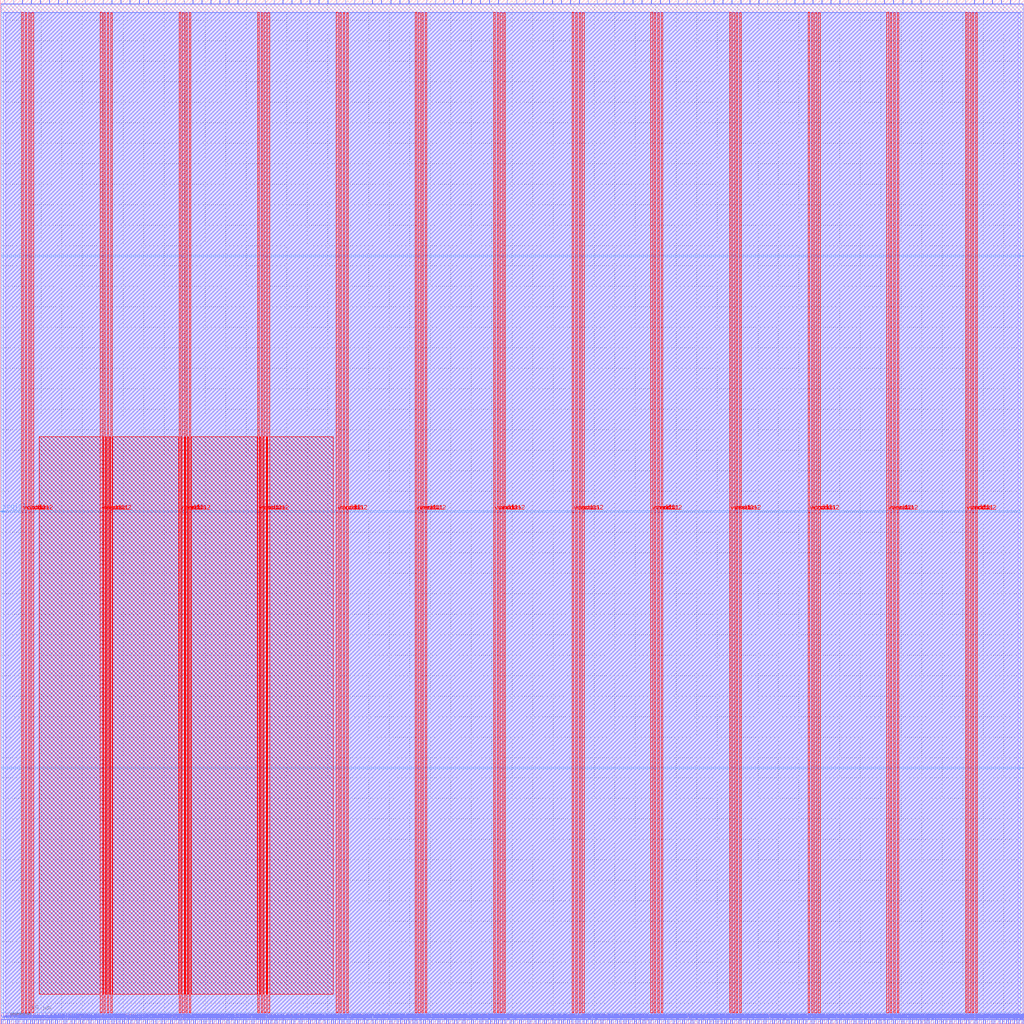
<source format=lef>
VERSION 5.7 ;
  NOWIREEXTENSIONATPIN ON ;
  DIVIDERCHAR "/" ;
  BUSBITCHARS "[]" ;
MACRO user_proj_example
  CLASS BLOCK ;
  FOREIGN user_proj_example ;
  ORIGIN 0.000 0.000 ;
  SIZE 1000.000 BY 1000.000 ;
  PIN io_in[0]
    DIRECTION INPUT ;
    USE SIGNAL ;
    PORT
      LAYER met2 ;
        RECT 4.230 996.000 4.510 1000.000 ;
    END
  END io_in[0]
  PIN io_in[10]
    DIRECTION INPUT ;
    USE SIGNAL ;
    PORT
      LAYER met2 ;
        RECT 267.350 996.000 267.630 1000.000 ;
    END
  END io_in[10]
  PIN io_in[11]
    DIRECTION INPUT ;
    USE SIGNAL ;
    PORT
      LAYER met2 ;
        RECT 293.570 996.000 293.850 1000.000 ;
    END
  END io_in[11]
  PIN io_in[12]
    DIRECTION INPUT ;
    USE SIGNAL ;
    PORT
      LAYER met2 ;
        RECT 319.790 996.000 320.070 1000.000 ;
    END
  END io_in[12]
  PIN io_in[13]
    DIRECTION INPUT ;
    USE SIGNAL ;
    PORT
      LAYER met2 ;
        RECT 346.010 996.000 346.290 1000.000 ;
    END
  END io_in[13]
  PIN io_in[14]
    DIRECTION INPUT ;
    USE SIGNAL ;
    PORT
      LAYER met2 ;
        RECT 372.230 996.000 372.510 1000.000 ;
    END
  END io_in[14]
  PIN io_in[15]
    DIRECTION INPUT ;
    USE SIGNAL ;
    PORT
      LAYER met2 ;
        RECT 398.910 996.000 399.190 1000.000 ;
    END
  END io_in[15]
  PIN io_in[16]
    DIRECTION INPUT ;
    USE SIGNAL ;
    PORT
      LAYER met2 ;
        RECT 425.130 996.000 425.410 1000.000 ;
    END
  END io_in[16]
  PIN io_in[17]
    DIRECTION INPUT ;
    USE SIGNAL ;
    PORT
      LAYER met2 ;
        RECT 451.350 996.000 451.630 1000.000 ;
    END
  END io_in[17]
  PIN io_in[18]
    DIRECTION INPUT ;
    USE SIGNAL ;
    PORT
      LAYER met2 ;
        RECT 477.570 996.000 477.850 1000.000 ;
    END
  END io_in[18]
  PIN io_in[19]
    DIRECTION INPUT ;
    USE SIGNAL ;
    PORT
      LAYER met2 ;
        RECT 504.250 996.000 504.530 1000.000 ;
    END
  END io_in[19]
  PIN io_in[1]
    DIRECTION INPUT ;
    USE SIGNAL ;
    PORT
      LAYER met2 ;
        RECT 30.450 996.000 30.730 1000.000 ;
    END
  END io_in[1]
  PIN io_in[20]
    DIRECTION INPUT ;
    USE SIGNAL ;
    PORT
      LAYER met2 ;
        RECT 530.470 996.000 530.750 1000.000 ;
    END
  END io_in[20]
  PIN io_in[21]
    DIRECTION INPUT ;
    USE SIGNAL ;
    PORT
      LAYER met2 ;
        RECT 556.690 996.000 556.970 1000.000 ;
    END
  END io_in[21]
  PIN io_in[22]
    DIRECTION INPUT ;
    USE SIGNAL ;
    PORT
      LAYER met2 ;
        RECT 582.910 996.000 583.190 1000.000 ;
    END
  END io_in[22]
  PIN io_in[23]
    DIRECTION INPUT ;
    USE SIGNAL ;
    PORT
      LAYER met2 ;
        RECT 609.130 996.000 609.410 1000.000 ;
    END
  END io_in[23]
  PIN io_in[24]
    DIRECTION INPUT ;
    USE SIGNAL ;
    PORT
      LAYER met2 ;
        RECT 635.810 996.000 636.090 1000.000 ;
    END
  END io_in[24]
  PIN io_in[25]
    DIRECTION INPUT ;
    USE SIGNAL ;
    PORT
      LAYER met2 ;
        RECT 662.030 996.000 662.310 1000.000 ;
    END
  END io_in[25]
  PIN io_in[26]
    DIRECTION INPUT ;
    USE SIGNAL ;
    PORT
      LAYER met2 ;
        RECT 688.250 996.000 688.530 1000.000 ;
    END
  END io_in[26]
  PIN io_in[27]
    DIRECTION INPUT ;
    USE SIGNAL ;
    PORT
      LAYER met2 ;
        RECT 714.470 996.000 714.750 1000.000 ;
    END
  END io_in[27]
  PIN io_in[28]
    DIRECTION INPUT ;
    USE SIGNAL ;
    PORT
      LAYER met2 ;
        RECT 740.690 996.000 740.970 1000.000 ;
    END
  END io_in[28]
  PIN io_in[29]
    DIRECTION INPUT ;
    USE SIGNAL ;
    PORT
      LAYER met2 ;
        RECT 767.370 996.000 767.650 1000.000 ;
    END
  END io_in[29]
  PIN io_in[2]
    DIRECTION INPUT ;
    USE SIGNAL ;
    PORT
      LAYER met2 ;
        RECT 56.670 996.000 56.950 1000.000 ;
    END
  END io_in[2]
  PIN io_in[30]
    DIRECTION INPUT ;
    USE SIGNAL ;
    PORT
      LAYER met2 ;
        RECT 793.590 996.000 793.870 1000.000 ;
    END
  END io_in[30]
  PIN io_in[31]
    DIRECTION INPUT ;
    USE SIGNAL ;
    PORT
      LAYER met2 ;
        RECT 819.810 996.000 820.090 1000.000 ;
    END
  END io_in[31]
  PIN io_in[32]
    DIRECTION INPUT ;
    USE SIGNAL ;
    PORT
      LAYER met2 ;
        RECT 846.030 996.000 846.310 1000.000 ;
    END
  END io_in[32]
  PIN io_in[33]
    DIRECTION INPUT ;
    USE SIGNAL ;
    PORT
      LAYER met2 ;
        RECT 872.250 996.000 872.530 1000.000 ;
    END
  END io_in[33]
  PIN io_in[34]
    DIRECTION INPUT ;
    USE SIGNAL ;
    PORT
      LAYER met2 ;
        RECT 898.930 996.000 899.210 1000.000 ;
    END
  END io_in[34]
  PIN io_in[35]
    DIRECTION INPUT ;
    USE SIGNAL ;
    PORT
      LAYER met2 ;
        RECT 925.150 996.000 925.430 1000.000 ;
    END
  END io_in[35]
  PIN io_in[36]
    DIRECTION INPUT ;
    USE SIGNAL ;
    PORT
      LAYER met2 ;
        RECT 951.370 996.000 951.650 1000.000 ;
    END
  END io_in[36]
  PIN io_in[37]
    DIRECTION INPUT ;
    USE SIGNAL ;
    PORT
      LAYER met2 ;
        RECT 977.590 996.000 977.870 1000.000 ;
    END
  END io_in[37]
  PIN io_in[3]
    DIRECTION INPUT ;
    USE SIGNAL ;
    PORT
      LAYER met2 ;
        RECT 82.890 996.000 83.170 1000.000 ;
    END
  END io_in[3]
  PIN io_in[4]
    DIRECTION INPUT ;
    USE SIGNAL ;
    PORT
      LAYER met2 ;
        RECT 109.110 996.000 109.390 1000.000 ;
    END
  END io_in[4]
  PIN io_in[5]
    DIRECTION INPUT ;
    USE SIGNAL ;
    PORT
      LAYER met2 ;
        RECT 135.790 996.000 136.070 1000.000 ;
    END
  END io_in[5]
  PIN io_in[6]
    DIRECTION INPUT ;
    USE SIGNAL ;
    PORT
      LAYER met2 ;
        RECT 162.010 996.000 162.290 1000.000 ;
    END
  END io_in[6]
  PIN io_in[7]
    DIRECTION INPUT ;
    USE SIGNAL ;
    PORT
      LAYER met2 ;
        RECT 188.230 996.000 188.510 1000.000 ;
    END
  END io_in[7]
  PIN io_in[8]
    DIRECTION INPUT ;
    USE SIGNAL ;
    PORT
      LAYER met2 ;
        RECT 214.450 996.000 214.730 1000.000 ;
    END
  END io_in[8]
  PIN io_in[9]
    DIRECTION INPUT ;
    USE SIGNAL ;
    PORT
      LAYER met2 ;
        RECT 240.670 996.000 240.950 1000.000 ;
    END
  END io_in[9]
  PIN io_oeb[0]
    DIRECTION OUTPUT TRISTATE ;
    USE SIGNAL ;
    PORT
      LAYER met2 ;
        RECT 12.970 996.000 13.250 1000.000 ;
    END
  END io_oeb[0]
  PIN io_oeb[10]
    DIRECTION OUTPUT TRISTATE ;
    USE SIGNAL ;
    PORT
      LAYER met2 ;
        RECT 276.090 996.000 276.370 1000.000 ;
    END
  END io_oeb[10]
  PIN io_oeb[11]
    DIRECTION OUTPUT TRISTATE ;
    USE SIGNAL ;
    PORT
      LAYER met2 ;
        RECT 302.310 996.000 302.590 1000.000 ;
    END
  END io_oeb[11]
  PIN io_oeb[12]
    DIRECTION OUTPUT TRISTATE ;
    USE SIGNAL ;
    PORT
      LAYER met2 ;
        RECT 328.530 996.000 328.810 1000.000 ;
    END
  END io_oeb[12]
  PIN io_oeb[13]
    DIRECTION OUTPUT TRISTATE ;
    USE SIGNAL ;
    PORT
      LAYER met2 ;
        RECT 354.750 996.000 355.030 1000.000 ;
    END
  END io_oeb[13]
  PIN io_oeb[14]
    DIRECTION OUTPUT TRISTATE ;
    USE SIGNAL ;
    PORT
      LAYER met2 ;
        RECT 381.430 996.000 381.710 1000.000 ;
    END
  END io_oeb[14]
  PIN io_oeb[15]
    DIRECTION OUTPUT TRISTATE ;
    USE SIGNAL ;
    PORT
      LAYER met2 ;
        RECT 407.650 996.000 407.930 1000.000 ;
    END
  END io_oeb[15]
  PIN io_oeb[16]
    DIRECTION OUTPUT TRISTATE ;
    USE SIGNAL ;
    PORT
      LAYER met2 ;
        RECT 433.870 996.000 434.150 1000.000 ;
    END
  END io_oeb[16]
  PIN io_oeb[17]
    DIRECTION OUTPUT TRISTATE ;
    USE SIGNAL ;
    PORT
      LAYER met2 ;
        RECT 460.090 996.000 460.370 1000.000 ;
    END
  END io_oeb[17]
  PIN io_oeb[18]
    DIRECTION OUTPUT TRISTATE ;
    USE SIGNAL ;
    PORT
      LAYER met2 ;
        RECT 486.310 996.000 486.590 1000.000 ;
    END
  END io_oeb[18]
  PIN io_oeb[19]
    DIRECTION OUTPUT TRISTATE ;
    USE SIGNAL ;
    PORT
      LAYER met2 ;
        RECT 512.990 996.000 513.270 1000.000 ;
    END
  END io_oeb[19]
  PIN io_oeb[1]
    DIRECTION OUTPUT TRISTATE ;
    USE SIGNAL ;
    PORT
      LAYER met2 ;
        RECT 39.190 996.000 39.470 1000.000 ;
    END
  END io_oeb[1]
  PIN io_oeb[20]
    DIRECTION OUTPUT TRISTATE ;
    USE SIGNAL ;
    PORT
      LAYER met2 ;
        RECT 539.210 996.000 539.490 1000.000 ;
    END
  END io_oeb[20]
  PIN io_oeb[21]
    DIRECTION OUTPUT TRISTATE ;
    USE SIGNAL ;
    PORT
      LAYER met2 ;
        RECT 565.430 996.000 565.710 1000.000 ;
    END
  END io_oeb[21]
  PIN io_oeb[22]
    DIRECTION OUTPUT TRISTATE ;
    USE SIGNAL ;
    PORT
      LAYER met2 ;
        RECT 591.650 996.000 591.930 1000.000 ;
    END
  END io_oeb[22]
  PIN io_oeb[23]
    DIRECTION OUTPUT TRISTATE ;
    USE SIGNAL ;
    PORT
      LAYER met2 ;
        RECT 617.870 996.000 618.150 1000.000 ;
    END
  END io_oeb[23]
  PIN io_oeb[24]
    DIRECTION OUTPUT TRISTATE ;
    USE SIGNAL ;
    PORT
      LAYER met2 ;
        RECT 644.550 996.000 644.830 1000.000 ;
    END
  END io_oeb[24]
  PIN io_oeb[25]
    DIRECTION OUTPUT TRISTATE ;
    USE SIGNAL ;
    PORT
      LAYER met2 ;
        RECT 670.770 996.000 671.050 1000.000 ;
    END
  END io_oeb[25]
  PIN io_oeb[26]
    DIRECTION OUTPUT TRISTATE ;
    USE SIGNAL ;
    PORT
      LAYER met2 ;
        RECT 696.990 996.000 697.270 1000.000 ;
    END
  END io_oeb[26]
  PIN io_oeb[27]
    DIRECTION OUTPUT TRISTATE ;
    USE SIGNAL ;
    PORT
      LAYER met2 ;
        RECT 723.210 996.000 723.490 1000.000 ;
    END
  END io_oeb[27]
  PIN io_oeb[28]
    DIRECTION OUTPUT TRISTATE ;
    USE SIGNAL ;
    PORT
      LAYER met2 ;
        RECT 749.430 996.000 749.710 1000.000 ;
    END
  END io_oeb[28]
  PIN io_oeb[29]
    DIRECTION OUTPUT TRISTATE ;
    USE SIGNAL ;
    PORT
      LAYER met2 ;
        RECT 776.110 996.000 776.390 1000.000 ;
    END
  END io_oeb[29]
  PIN io_oeb[2]
    DIRECTION OUTPUT TRISTATE ;
    USE SIGNAL ;
    PORT
      LAYER met2 ;
        RECT 65.410 996.000 65.690 1000.000 ;
    END
  END io_oeb[2]
  PIN io_oeb[30]
    DIRECTION OUTPUT TRISTATE ;
    USE SIGNAL ;
    PORT
      LAYER met2 ;
        RECT 802.330 996.000 802.610 1000.000 ;
    END
  END io_oeb[30]
  PIN io_oeb[31]
    DIRECTION OUTPUT TRISTATE ;
    USE SIGNAL ;
    PORT
      LAYER met2 ;
        RECT 828.550 996.000 828.830 1000.000 ;
    END
  END io_oeb[31]
  PIN io_oeb[32]
    DIRECTION OUTPUT TRISTATE ;
    USE SIGNAL ;
    PORT
      LAYER met2 ;
        RECT 854.770 996.000 855.050 1000.000 ;
    END
  END io_oeb[32]
  PIN io_oeb[33]
    DIRECTION OUTPUT TRISTATE ;
    USE SIGNAL ;
    PORT
      LAYER met2 ;
        RECT 881.450 996.000 881.730 1000.000 ;
    END
  END io_oeb[33]
  PIN io_oeb[34]
    DIRECTION OUTPUT TRISTATE ;
    USE SIGNAL ;
    PORT
      LAYER met2 ;
        RECT 907.670 996.000 907.950 1000.000 ;
    END
  END io_oeb[34]
  PIN io_oeb[35]
    DIRECTION OUTPUT TRISTATE ;
    USE SIGNAL ;
    PORT
      LAYER met2 ;
        RECT 933.890 996.000 934.170 1000.000 ;
    END
  END io_oeb[35]
  PIN io_oeb[36]
    DIRECTION OUTPUT TRISTATE ;
    USE SIGNAL ;
    PORT
      LAYER met2 ;
        RECT 960.110 996.000 960.390 1000.000 ;
    END
  END io_oeb[36]
  PIN io_oeb[37]
    DIRECTION OUTPUT TRISTATE ;
    USE SIGNAL ;
    PORT
      LAYER met2 ;
        RECT 986.330 996.000 986.610 1000.000 ;
    END
  END io_oeb[37]
  PIN io_oeb[3]
    DIRECTION OUTPUT TRISTATE ;
    USE SIGNAL ;
    PORT
      LAYER met2 ;
        RECT 91.630 996.000 91.910 1000.000 ;
    END
  END io_oeb[3]
  PIN io_oeb[4]
    DIRECTION OUTPUT TRISTATE ;
    USE SIGNAL ;
    PORT
      LAYER met2 ;
        RECT 117.850 996.000 118.130 1000.000 ;
    END
  END io_oeb[4]
  PIN io_oeb[5]
    DIRECTION OUTPUT TRISTATE ;
    USE SIGNAL ;
    PORT
      LAYER met2 ;
        RECT 144.530 996.000 144.810 1000.000 ;
    END
  END io_oeb[5]
  PIN io_oeb[6]
    DIRECTION OUTPUT TRISTATE ;
    USE SIGNAL ;
    PORT
      LAYER met2 ;
        RECT 170.750 996.000 171.030 1000.000 ;
    END
  END io_oeb[6]
  PIN io_oeb[7]
    DIRECTION OUTPUT TRISTATE ;
    USE SIGNAL ;
    PORT
      LAYER met2 ;
        RECT 196.970 996.000 197.250 1000.000 ;
    END
  END io_oeb[7]
  PIN io_oeb[8]
    DIRECTION OUTPUT TRISTATE ;
    USE SIGNAL ;
    PORT
      LAYER met2 ;
        RECT 223.190 996.000 223.470 1000.000 ;
    END
  END io_oeb[8]
  PIN io_oeb[9]
    DIRECTION OUTPUT TRISTATE ;
    USE SIGNAL ;
    PORT
      LAYER met2 ;
        RECT 249.410 996.000 249.690 1000.000 ;
    END
  END io_oeb[9]
  PIN io_out[0]
    DIRECTION OUTPUT TRISTATE ;
    USE SIGNAL ;
    PORT
      LAYER met2 ;
        RECT 21.710 996.000 21.990 1000.000 ;
    END
  END io_out[0]
  PIN io_out[10]
    DIRECTION OUTPUT TRISTATE ;
    USE SIGNAL ;
    PORT
      LAYER met2 ;
        RECT 284.830 996.000 285.110 1000.000 ;
    END
  END io_out[10]
  PIN io_out[11]
    DIRECTION OUTPUT TRISTATE ;
    USE SIGNAL ;
    PORT
      LAYER met2 ;
        RECT 311.050 996.000 311.330 1000.000 ;
    END
  END io_out[11]
  PIN io_out[12]
    DIRECTION OUTPUT TRISTATE ;
    USE SIGNAL ;
    PORT
      LAYER met2 ;
        RECT 337.270 996.000 337.550 1000.000 ;
    END
  END io_out[12]
  PIN io_out[13]
    DIRECTION OUTPUT TRISTATE ;
    USE SIGNAL ;
    PORT
      LAYER met2 ;
        RECT 363.490 996.000 363.770 1000.000 ;
    END
  END io_out[13]
  PIN io_out[14]
    DIRECTION OUTPUT TRISTATE ;
    USE SIGNAL ;
    PORT
      LAYER met2 ;
        RECT 390.170 996.000 390.450 1000.000 ;
    END
  END io_out[14]
  PIN io_out[15]
    DIRECTION OUTPUT TRISTATE ;
    USE SIGNAL ;
    PORT
      LAYER met2 ;
        RECT 416.390 996.000 416.670 1000.000 ;
    END
  END io_out[15]
  PIN io_out[16]
    DIRECTION OUTPUT TRISTATE ;
    USE SIGNAL ;
    PORT
      LAYER met2 ;
        RECT 442.610 996.000 442.890 1000.000 ;
    END
  END io_out[16]
  PIN io_out[17]
    DIRECTION OUTPUT TRISTATE ;
    USE SIGNAL ;
    PORT
      LAYER met2 ;
        RECT 468.830 996.000 469.110 1000.000 ;
    END
  END io_out[17]
  PIN io_out[18]
    DIRECTION OUTPUT TRISTATE ;
    USE SIGNAL ;
    PORT
      LAYER met2 ;
        RECT 495.050 996.000 495.330 1000.000 ;
    END
  END io_out[18]
  PIN io_out[19]
    DIRECTION OUTPUT TRISTATE ;
    USE SIGNAL ;
    PORT
      LAYER met2 ;
        RECT 521.730 996.000 522.010 1000.000 ;
    END
  END io_out[19]
  PIN io_out[1]
    DIRECTION OUTPUT TRISTATE ;
    USE SIGNAL ;
    PORT
      LAYER met2 ;
        RECT 47.930 996.000 48.210 1000.000 ;
    END
  END io_out[1]
  PIN io_out[20]
    DIRECTION OUTPUT TRISTATE ;
    USE SIGNAL ;
    PORT
      LAYER met2 ;
        RECT 547.950 996.000 548.230 1000.000 ;
    END
  END io_out[20]
  PIN io_out[21]
    DIRECTION OUTPUT TRISTATE ;
    USE SIGNAL ;
    PORT
      LAYER met2 ;
        RECT 574.170 996.000 574.450 1000.000 ;
    END
  END io_out[21]
  PIN io_out[22]
    DIRECTION OUTPUT TRISTATE ;
    USE SIGNAL ;
    PORT
      LAYER met2 ;
        RECT 600.390 996.000 600.670 1000.000 ;
    END
  END io_out[22]
  PIN io_out[23]
    DIRECTION OUTPUT TRISTATE ;
    USE SIGNAL ;
    PORT
      LAYER met2 ;
        RECT 626.610 996.000 626.890 1000.000 ;
    END
  END io_out[23]
  PIN io_out[24]
    DIRECTION OUTPUT TRISTATE ;
    USE SIGNAL ;
    PORT
      LAYER met2 ;
        RECT 653.290 996.000 653.570 1000.000 ;
    END
  END io_out[24]
  PIN io_out[25]
    DIRECTION OUTPUT TRISTATE ;
    USE SIGNAL ;
    PORT
      LAYER met2 ;
        RECT 679.510 996.000 679.790 1000.000 ;
    END
  END io_out[25]
  PIN io_out[26]
    DIRECTION OUTPUT TRISTATE ;
    USE SIGNAL ;
    PORT
      LAYER met2 ;
        RECT 705.730 996.000 706.010 1000.000 ;
    END
  END io_out[26]
  PIN io_out[27]
    DIRECTION OUTPUT TRISTATE ;
    USE SIGNAL ;
    PORT
      LAYER met2 ;
        RECT 731.950 996.000 732.230 1000.000 ;
    END
  END io_out[27]
  PIN io_out[28]
    DIRECTION OUTPUT TRISTATE ;
    USE SIGNAL ;
    PORT
      LAYER met2 ;
        RECT 758.630 996.000 758.910 1000.000 ;
    END
  END io_out[28]
  PIN io_out[29]
    DIRECTION OUTPUT TRISTATE ;
    USE SIGNAL ;
    PORT
      LAYER met2 ;
        RECT 784.850 996.000 785.130 1000.000 ;
    END
  END io_out[29]
  PIN io_out[2]
    DIRECTION OUTPUT TRISTATE ;
    USE SIGNAL ;
    PORT
      LAYER met2 ;
        RECT 74.150 996.000 74.430 1000.000 ;
    END
  END io_out[2]
  PIN io_out[30]
    DIRECTION OUTPUT TRISTATE ;
    USE SIGNAL ;
    PORT
      LAYER met2 ;
        RECT 811.070 996.000 811.350 1000.000 ;
    END
  END io_out[30]
  PIN io_out[31]
    DIRECTION OUTPUT TRISTATE ;
    USE SIGNAL ;
    PORT
      LAYER met2 ;
        RECT 837.290 996.000 837.570 1000.000 ;
    END
  END io_out[31]
  PIN io_out[32]
    DIRECTION OUTPUT TRISTATE ;
    USE SIGNAL ;
    PORT
      LAYER met2 ;
        RECT 863.510 996.000 863.790 1000.000 ;
    END
  END io_out[32]
  PIN io_out[33]
    DIRECTION OUTPUT TRISTATE ;
    USE SIGNAL ;
    PORT
      LAYER met2 ;
        RECT 890.190 996.000 890.470 1000.000 ;
    END
  END io_out[33]
  PIN io_out[34]
    DIRECTION OUTPUT TRISTATE ;
    USE SIGNAL ;
    PORT
      LAYER met2 ;
        RECT 916.410 996.000 916.690 1000.000 ;
    END
  END io_out[34]
  PIN io_out[35]
    DIRECTION OUTPUT TRISTATE ;
    USE SIGNAL ;
    PORT
      LAYER met2 ;
        RECT 942.630 996.000 942.910 1000.000 ;
    END
  END io_out[35]
  PIN io_out[36]
    DIRECTION OUTPUT TRISTATE ;
    USE SIGNAL ;
    PORT
      LAYER met2 ;
        RECT 968.850 996.000 969.130 1000.000 ;
    END
  END io_out[36]
  PIN io_out[37]
    DIRECTION OUTPUT TRISTATE ;
    USE SIGNAL ;
    PORT
      LAYER met2 ;
        RECT 995.070 996.000 995.350 1000.000 ;
    END
  END io_out[37]
  PIN io_out[3]
    DIRECTION OUTPUT TRISTATE ;
    USE SIGNAL ;
    PORT
      LAYER met2 ;
        RECT 100.370 996.000 100.650 1000.000 ;
    END
  END io_out[3]
  PIN io_out[4]
    DIRECTION OUTPUT TRISTATE ;
    USE SIGNAL ;
    PORT
      LAYER met2 ;
        RECT 126.590 996.000 126.870 1000.000 ;
    END
  END io_out[4]
  PIN io_out[5]
    DIRECTION OUTPUT TRISTATE ;
    USE SIGNAL ;
    PORT
      LAYER met2 ;
        RECT 153.270 996.000 153.550 1000.000 ;
    END
  END io_out[5]
  PIN io_out[6]
    DIRECTION OUTPUT TRISTATE ;
    USE SIGNAL ;
    PORT
      LAYER met2 ;
        RECT 179.490 996.000 179.770 1000.000 ;
    END
  END io_out[6]
  PIN io_out[7]
    DIRECTION OUTPUT TRISTATE ;
    USE SIGNAL ;
    PORT
      LAYER met2 ;
        RECT 205.710 996.000 205.990 1000.000 ;
    END
  END io_out[7]
  PIN io_out[8]
    DIRECTION OUTPUT TRISTATE ;
    USE SIGNAL ;
    PORT
      LAYER met2 ;
        RECT 231.930 996.000 232.210 1000.000 ;
    END
  END io_out[8]
  PIN io_out[9]
    DIRECTION OUTPUT TRISTATE ;
    USE SIGNAL ;
    PORT
      LAYER met2 ;
        RECT 258.610 996.000 258.890 1000.000 ;
    END
  END io_out[9]
  PIN irq[0]
    DIRECTION OUTPUT TRISTATE ;
    USE SIGNAL ;
    PORT
      LAYER met3 ;
        RECT 996.000 249.600 1000.000 250.200 ;
    END
  END irq[0]
  PIN irq[1]
    DIRECTION OUTPUT TRISTATE ;
    USE SIGNAL ;
    PORT
      LAYER met3 ;
        RECT 996.000 749.400 1000.000 750.000 ;
    END
  END irq[1]
  PIN irq[2]
    DIRECTION OUTPUT TRISTATE ;
    USE SIGNAL ;
    PORT
      LAYER met3 ;
        RECT 0.000 499.840 4.000 500.440 ;
    END
  END irq[2]
  PIN la_data_in[0]
    DIRECTION INPUT ;
    USE SIGNAL ;
    PORT
      LAYER met2 ;
        RECT 217.210 0.000 217.490 4.000 ;
    END
  END la_data_in[0]
  PIN la_data_in[100]
    DIRECTION INPUT ;
    USE SIGNAL ;
    PORT
      LAYER met2 ;
        RECT 829.470 0.000 829.750 4.000 ;
    END
  END la_data_in[100]
  PIN la_data_in[101]
    DIRECTION INPUT ;
    USE SIGNAL ;
    PORT
      LAYER met2 ;
        RECT 835.450 0.000 835.730 4.000 ;
    END
  END la_data_in[101]
  PIN la_data_in[102]
    DIRECTION INPUT ;
    USE SIGNAL ;
    PORT
      LAYER met2 ;
        RECT 841.430 0.000 841.710 4.000 ;
    END
  END la_data_in[102]
  PIN la_data_in[103]
    DIRECTION INPUT ;
    USE SIGNAL ;
    PORT
      LAYER met2 ;
        RECT 847.870 0.000 848.150 4.000 ;
    END
  END la_data_in[103]
  PIN la_data_in[104]
    DIRECTION INPUT ;
    USE SIGNAL ;
    PORT
      LAYER met2 ;
        RECT 853.850 0.000 854.130 4.000 ;
    END
  END la_data_in[104]
  PIN la_data_in[105]
    DIRECTION INPUT ;
    USE SIGNAL ;
    PORT
      LAYER met2 ;
        RECT 859.830 0.000 860.110 4.000 ;
    END
  END la_data_in[105]
  PIN la_data_in[106]
    DIRECTION INPUT ;
    USE SIGNAL ;
    PORT
      LAYER met2 ;
        RECT 866.270 0.000 866.550 4.000 ;
    END
  END la_data_in[106]
  PIN la_data_in[107]
    DIRECTION INPUT ;
    USE SIGNAL ;
    PORT
      LAYER met2 ;
        RECT 872.250 0.000 872.530 4.000 ;
    END
  END la_data_in[107]
  PIN la_data_in[108]
    DIRECTION INPUT ;
    USE SIGNAL ;
    PORT
      LAYER met2 ;
        RECT 878.230 0.000 878.510 4.000 ;
    END
  END la_data_in[108]
  PIN la_data_in[109]
    DIRECTION INPUT ;
    USE SIGNAL ;
    PORT
      LAYER met2 ;
        RECT 884.670 0.000 884.950 4.000 ;
    END
  END la_data_in[109]
  PIN la_data_in[10]
    DIRECTION INPUT ;
    USE SIGNAL ;
    PORT
      LAYER met2 ;
        RECT 278.390 0.000 278.670 4.000 ;
    END
  END la_data_in[10]
  PIN la_data_in[110]
    DIRECTION INPUT ;
    USE SIGNAL ;
    PORT
      LAYER met2 ;
        RECT 890.650 0.000 890.930 4.000 ;
    END
  END la_data_in[110]
  PIN la_data_in[111]
    DIRECTION INPUT ;
    USE SIGNAL ;
    PORT
      LAYER met2 ;
        RECT 896.630 0.000 896.910 4.000 ;
    END
  END la_data_in[111]
  PIN la_data_in[112]
    DIRECTION INPUT ;
    USE SIGNAL ;
    PORT
      LAYER met2 ;
        RECT 903.070 0.000 903.350 4.000 ;
    END
  END la_data_in[112]
  PIN la_data_in[113]
    DIRECTION INPUT ;
    USE SIGNAL ;
    PORT
      LAYER met2 ;
        RECT 909.050 0.000 909.330 4.000 ;
    END
  END la_data_in[113]
  PIN la_data_in[114]
    DIRECTION INPUT ;
    USE SIGNAL ;
    PORT
      LAYER met2 ;
        RECT 915.030 0.000 915.310 4.000 ;
    END
  END la_data_in[114]
  PIN la_data_in[115]
    DIRECTION INPUT ;
    USE SIGNAL ;
    PORT
      LAYER met2 ;
        RECT 921.010 0.000 921.290 4.000 ;
    END
  END la_data_in[115]
  PIN la_data_in[116]
    DIRECTION INPUT ;
    USE SIGNAL ;
    PORT
      LAYER met2 ;
        RECT 927.450 0.000 927.730 4.000 ;
    END
  END la_data_in[116]
  PIN la_data_in[117]
    DIRECTION INPUT ;
    USE SIGNAL ;
    PORT
      LAYER met2 ;
        RECT 933.430 0.000 933.710 4.000 ;
    END
  END la_data_in[117]
  PIN la_data_in[118]
    DIRECTION INPUT ;
    USE SIGNAL ;
    PORT
      LAYER met2 ;
        RECT 939.410 0.000 939.690 4.000 ;
    END
  END la_data_in[118]
  PIN la_data_in[119]
    DIRECTION INPUT ;
    USE SIGNAL ;
    PORT
      LAYER met2 ;
        RECT 945.850 0.000 946.130 4.000 ;
    END
  END la_data_in[119]
  PIN la_data_in[11]
    DIRECTION INPUT ;
    USE SIGNAL ;
    PORT
      LAYER met2 ;
        RECT 284.370 0.000 284.650 4.000 ;
    END
  END la_data_in[11]
  PIN la_data_in[120]
    DIRECTION INPUT ;
    USE SIGNAL ;
    PORT
      LAYER met2 ;
        RECT 951.830 0.000 952.110 4.000 ;
    END
  END la_data_in[120]
  PIN la_data_in[121]
    DIRECTION INPUT ;
    USE SIGNAL ;
    PORT
      LAYER met2 ;
        RECT 957.810 0.000 958.090 4.000 ;
    END
  END la_data_in[121]
  PIN la_data_in[122]
    DIRECTION INPUT ;
    USE SIGNAL ;
    PORT
      LAYER met2 ;
        RECT 964.250 0.000 964.530 4.000 ;
    END
  END la_data_in[122]
  PIN la_data_in[123]
    DIRECTION INPUT ;
    USE SIGNAL ;
    PORT
      LAYER met2 ;
        RECT 970.230 0.000 970.510 4.000 ;
    END
  END la_data_in[123]
  PIN la_data_in[124]
    DIRECTION INPUT ;
    USE SIGNAL ;
    PORT
      LAYER met2 ;
        RECT 976.210 0.000 976.490 4.000 ;
    END
  END la_data_in[124]
  PIN la_data_in[125]
    DIRECTION INPUT ;
    USE SIGNAL ;
    PORT
      LAYER met2 ;
        RECT 982.650 0.000 982.930 4.000 ;
    END
  END la_data_in[125]
  PIN la_data_in[126]
    DIRECTION INPUT ;
    USE SIGNAL ;
    PORT
      LAYER met2 ;
        RECT 988.630 0.000 988.910 4.000 ;
    END
  END la_data_in[126]
  PIN la_data_in[127]
    DIRECTION INPUT ;
    USE SIGNAL ;
    PORT
      LAYER met2 ;
        RECT 994.610 0.000 994.890 4.000 ;
    END
  END la_data_in[127]
  PIN la_data_in[12]
    DIRECTION INPUT ;
    USE SIGNAL ;
    PORT
      LAYER met2 ;
        RECT 290.810 0.000 291.090 4.000 ;
    END
  END la_data_in[12]
  PIN la_data_in[13]
    DIRECTION INPUT ;
    USE SIGNAL ;
    PORT
      LAYER met2 ;
        RECT 296.790 0.000 297.070 4.000 ;
    END
  END la_data_in[13]
  PIN la_data_in[14]
    DIRECTION INPUT ;
    USE SIGNAL ;
    PORT
      LAYER met2 ;
        RECT 302.770 0.000 303.050 4.000 ;
    END
  END la_data_in[14]
  PIN la_data_in[15]
    DIRECTION INPUT ;
    USE SIGNAL ;
    PORT
      LAYER met2 ;
        RECT 308.750 0.000 309.030 4.000 ;
    END
  END la_data_in[15]
  PIN la_data_in[16]
    DIRECTION INPUT ;
    USE SIGNAL ;
    PORT
      LAYER met2 ;
        RECT 315.190 0.000 315.470 4.000 ;
    END
  END la_data_in[16]
  PIN la_data_in[17]
    DIRECTION INPUT ;
    USE SIGNAL ;
    PORT
      LAYER met2 ;
        RECT 321.170 0.000 321.450 4.000 ;
    END
  END la_data_in[17]
  PIN la_data_in[18]
    DIRECTION INPUT ;
    USE SIGNAL ;
    PORT
      LAYER met2 ;
        RECT 327.150 0.000 327.430 4.000 ;
    END
  END la_data_in[18]
  PIN la_data_in[19]
    DIRECTION INPUT ;
    USE SIGNAL ;
    PORT
      LAYER met2 ;
        RECT 333.590 0.000 333.870 4.000 ;
    END
  END la_data_in[19]
  PIN la_data_in[1]
    DIRECTION INPUT ;
    USE SIGNAL ;
    PORT
      LAYER met2 ;
        RECT 223.190 0.000 223.470 4.000 ;
    END
  END la_data_in[1]
  PIN la_data_in[20]
    DIRECTION INPUT ;
    USE SIGNAL ;
    PORT
      LAYER met2 ;
        RECT 339.570 0.000 339.850 4.000 ;
    END
  END la_data_in[20]
  PIN la_data_in[21]
    DIRECTION INPUT ;
    USE SIGNAL ;
    PORT
      LAYER met2 ;
        RECT 345.550 0.000 345.830 4.000 ;
    END
  END la_data_in[21]
  PIN la_data_in[22]
    DIRECTION INPUT ;
    USE SIGNAL ;
    PORT
      LAYER met2 ;
        RECT 351.990 0.000 352.270 4.000 ;
    END
  END la_data_in[22]
  PIN la_data_in[23]
    DIRECTION INPUT ;
    USE SIGNAL ;
    PORT
      LAYER met2 ;
        RECT 357.970 0.000 358.250 4.000 ;
    END
  END la_data_in[23]
  PIN la_data_in[24]
    DIRECTION INPUT ;
    USE SIGNAL ;
    PORT
      LAYER met2 ;
        RECT 363.950 0.000 364.230 4.000 ;
    END
  END la_data_in[24]
  PIN la_data_in[25]
    DIRECTION INPUT ;
    USE SIGNAL ;
    PORT
      LAYER met2 ;
        RECT 370.390 0.000 370.670 4.000 ;
    END
  END la_data_in[25]
  PIN la_data_in[26]
    DIRECTION INPUT ;
    USE SIGNAL ;
    PORT
      LAYER met2 ;
        RECT 376.370 0.000 376.650 4.000 ;
    END
  END la_data_in[26]
  PIN la_data_in[27]
    DIRECTION INPUT ;
    USE SIGNAL ;
    PORT
      LAYER met2 ;
        RECT 382.350 0.000 382.630 4.000 ;
    END
  END la_data_in[27]
  PIN la_data_in[28]
    DIRECTION INPUT ;
    USE SIGNAL ;
    PORT
      LAYER met2 ;
        RECT 388.330 0.000 388.610 4.000 ;
    END
  END la_data_in[28]
  PIN la_data_in[29]
    DIRECTION INPUT ;
    USE SIGNAL ;
    PORT
      LAYER met2 ;
        RECT 394.770 0.000 395.050 4.000 ;
    END
  END la_data_in[29]
  PIN la_data_in[2]
    DIRECTION INPUT ;
    USE SIGNAL ;
    PORT
      LAYER met2 ;
        RECT 229.170 0.000 229.450 4.000 ;
    END
  END la_data_in[2]
  PIN la_data_in[30]
    DIRECTION INPUT ;
    USE SIGNAL ;
    PORT
      LAYER met2 ;
        RECT 400.750 0.000 401.030 4.000 ;
    END
  END la_data_in[30]
  PIN la_data_in[31]
    DIRECTION INPUT ;
    USE SIGNAL ;
    PORT
      LAYER met2 ;
        RECT 406.730 0.000 407.010 4.000 ;
    END
  END la_data_in[31]
  PIN la_data_in[32]
    DIRECTION INPUT ;
    USE SIGNAL ;
    PORT
      LAYER met2 ;
        RECT 413.170 0.000 413.450 4.000 ;
    END
  END la_data_in[32]
  PIN la_data_in[33]
    DIRECTION INPUT ;
    USE SIGNAL ;
    PORT
      LAYER met2 ;
        RECT 419.150 0.000 419.430 4.000 ;
    END
  END la_data_in[33]
  PIN la_data_in[34]
    DIRECTION INPUT ;
    USE SIGNAL ;
    PORT
      LAYER met2 ;
        RECT 425.130 0.000 425.410 4.000 ;
    END
  END la_data_in[34]
  PIN la_data_in[35]
    DIRECTION INPUT ;
    USE SIGNAL ;
    PORT
      LAYER met2 ;
        RECT 431.570 0.000 431.850 4.000 ;
    END
  END la_data_in[35]
  PIN la_data_in[36]
    DIRECTION INPUT ;
    USE SIGNAL ;
    PORT
      LAYER met2 ;
        RECT 437.550 0.000 437.830 4.000 ;
    END
  END la_data_in[36]
  PIN la_data_in[37]
    DIRECTION INPUT ;
    USE SIGNAL ;
    PORT
      LAYER met2 ;
        RECT 443.530 0.000 443.810 4.000 ;
    END
  END la_data_in[37]
  PIN la_data_in[38]
    DIRECTION INPUT ;
    USE SIGNAL ;
    PORT
      LAYER met2 ;
        RECT 449.970 0.000 450.250 4.000 ;
    END
  END la_data_in[38]
  PIN la_data_in[39]
    DIRECTION INPUT ;
    USE SIGNAL ;
    PORT
      LAYER met2 ;
        RECT 455.950 0.000 456.230 4.000 ;
    END
  END la_data_in[39]
  PIN la_data_in[3]
    DIRECTION INPUT ;
    USE SIGNAL ;
    PORT
      LAYER met2 ;
        RECT 235.610 0.000 235.890 4.000 ;
    END
  END la_data_in[3]
  PIN la_data_in[40]
    DIRECTION INPUT ;
    USE SIGNAL ;
    PORT
      LAYER met2 ;
        RECT 461.930 0.000 462.210 4.000 ;
    END
  END la_data_in[40]
  PIN la_data_in[41]
    DIRECTION INPUT ;
    USE SIGNAL ;
    PORT
      LAYER met2 ;
        RECT 468.370 0.000 468.650 4.000 ;
    END
  END la_data_in[41]
  PIN la_data_in[42]
    DIRECTION INPUT ;
    USE SIGNAL ;
    PORT
      LAYER met2 ;
        RECT 474.350 0.000 474.630 4.000 ;
    END
  END la_data_in[42]
  PIN la_data_in[43]
    DIRECTION INPUT ;
    USE SIGNAL ;
    PORT
      LAYER met2 ;
        RECT 480.330 0.000 480.610 4.000 ;
    END
  END la_data_in[43]
  PIN la_data_in[44]
    DIRECTION INPUT ;
    USE SIGNAL ;
    PORT
      LAYER met2 ;
        RECT 486.310 0.000 486.590 4.000 ;
    END
  END la_data_in[44]
  PIN la_data_in[45]
    DIRECTION INPUT ;
    USE SIGNAL ;
    PORT
      LAYER met2 ;
        RECT 492.750 0.000 493.030 4.000 ;
    END
  END la_data_in[45]
  PIN la_data_in[46]
    DIRECTION INPUT ;
    USE SIGNAL ;
    PORT
      LAYER met2 ;
        RECT 498.730 0.000 499.010 4.000 ;
    END
  END la_data_in[46]
  PIN la_data_in[47]
    DIRECTION INPUT ;
    USE SIGNAL ;
    PORT
      LAYER met2 ;
        RECT 504.710 0.000 504.990 4.000 ;
    END
  END la_data_in[47]
  PIN la_data_in[48]
    DIRECTION INPUT ;
    USE SIGNAL ;
    PORT
      LAYER met2 ;
        RECT 511.150 0.000 511.430 4.000 ;
    END
  END la_data_in[48]
  PIN la_data_in[49]
    DIRECTION INPUT ;
    USE SIGNAL ;
    PORT
      LAYER met2 ;
        RECT 517.130 0.000 517.410 4.000 ;
    END
  END la_data_in[49]
  PIN la_data_in[4]
    DIRECTION INPUT ;
    USE SIGNAL ;
    PORT
      LAYER met2 ;
        RECT 241.590 0.000 241.870 4.000 ;
    END
  END la_data_in[4]
  PIN la_data_in[50]
    DIRECTION INPUT ;
    USE SIGNAL ;
    PORT
      LAYER met2 ;
        RECT 523.110 0.000 523.390 4.000 ;
    END
  END la_data_in[50]
  PIN la_data_in[51]
    DIRECTION INPUT ;
    USE SIGNAL ;
    PORT
      LAYER met2 ;
        RECT 529.550 0.000 529.830 4.000 ;
    END
  END la_data_in[51]
  PIN la_data_in[52]
    DIRECTION INPUT ;
    USE SIGNAL ;
    PORT
      LAYER met2 ;
        RECT 535.530 0.000 535.810 4.000 ;
    END
  END la_data_in[52]
  PIN la_data_in[53]
    DIRECTION INPUT ;
    USE SIGNAL ;
    PORT
      LAYER met2 ;
        RECT 541.510 0.000 541.790 4.000 ;
    END
  END la_data_in[53]
  PIN la_data_in[54]
    DIRECTION INPUT ;
    USE SIGNAL ;
    PORT
      LAYER met2 ;
        RECT 547.950 0.000 548.230 4.000 ;
    END
  END la_data_in[54]
  PIN la_data_in[55]
    DIRECTION INPUT ;
    USE SIGNAL ;
    PORT
      LAYER met2 ;
        RECT 553.930 0.000 554.210 4.000 ;
    END
  END la_data_in[55]
  PIN la_data_in[56]
    DIRECTION INPUT ;
    USE SIGNAL ;
    PORT
      LAYER met2 ;
        RECT 559.910 0.000 560.190 4.000 ;
    END
  END la_data_in[56]
  PIN la_data_in[57]
    DIRECTION INPUT ;
    USE SIGNAL ;
    PORT
      LAYER met2 ;
        RECT 565.890 0.000 566.170 4.000 ;
    END
  END la_data_in[57]
  PIN la_data_in[58]
    DIRECTION INPUT ;
    USE SIGNAL ;
    PORT
      LAYER met2 ;
        RECT 572.330 0.000 572.610 4.000 ;
    END
  END la_data_in[58]
  PIN la_data_in[59]
    DIRECTION INPUT ;
    USE SIGNAL ;
    PORT
      LAYER met2 ;
        RECT 578.310 0.000 578.590 4.000 ;
    END
  END la_data_in[59]
  PIN la_data_in[5]
    DIRECTION INPUT ;
    USE SIGNAL ;
    PORT
      LAYER met2 ;
        RECT 247.570 0.000 247.850 4.000 ;
    END
  END la_data_in[5]
  PIN la_data_in[60]
    DIRECTION INPUT ;
    USE SIGNAL ;
    PORT
      LAYER met2 ;
        RECT 584.290 0.000 584.570 4.000 ;
    END
  END la_data_in[60]
  PIN la_data_in[61]
    DIRECTION INPUT ;
    USE SIGNAL ;
    PORT
      LAYER met2 ;
        RECT 590.730 0.000 591.010 4.000 ;
    END
  END la_data_in[61]
  PIN la_data_in[62]
    DIRECTION INPUT ;
    USE SIGNAL ;
    PORT
      LAYER met2 ;
        RECT 596.710 0.000 596.990 4.000 ;
    END
  END la_data_in[62]
  PIN la_data_in[63]
    DIRECTION INPUT ;
    USE SIGNAL ;
    PORT
      LAYER met2 ;
        RECT 602.690 0.000 602.970 4.000 ;
    END
  END la_data_in[63]
  PIN la_data_in[64]
    DIRECTION INPUT ;
    USE SIGNAL ;
    PORT
      LAYER met2 ;
        RECT 609.130 0.000 609.410 4.000 ;
    END
  END la_data_in[64]
  PIN la_data_in[65]
    DIRECTION INPUT ;
    USE SIGNAL ;
    PORT
      LAYER met2 ;
        RECT 615.110 0.000 615.390 4.000 ;
    END
  END la_data_in[65]
  PIN la_data_in[66]
    DIRECTION INPUT ;
    USE SIGNAL ;
    PORT
      LAYER met2 ;
        RECT 621.090 0.000 621.370 4.000 ;
    END
  END la_data_in[66]
  PIN la_data_in[67]
    DIRECTION INPUT ;
    USE SIGNAL ;
    PORT
      LAYER met2 ;
        RECT 627.530 0.000 627.810 4.000 ;
    END
  END la_data_in[67]
  PIN la_data_in[68]
    DIRECTION INPUT ;
    USE SIGNAL ;
    PORT
      LAYER met2 ;
        RECT 633.510 0.000 633.790 4.000 ;
    END
  END la_data_in[68]
  PIN la_data_in[69]
    DIRECTION INPUT ;
    USE SIGNAL ;
    PORT
      LAYER met2 ;
        RECT 639.490 0.000 639.770 4.000 ;
    END
  END la_data_in[69]
  PIN la_data_in[6]
    DIRECTION INPUT ;
    USE SIGNAL ;
    PORT
      LAYER met2 ;
        RECT 254.010 0.000 254.290 4.000 ;
    END
  END la_data_in[6]
  PIN la_data_in[70]
    DIRECTION INPUT ;
    USE SIGNAL ;
    PORT
      LAYER met2 ;
        RECT 645.930 0.000 646.210 4.000 ;
    END
  END la_data_in[70]
  PIN la_data_in[71]
    DIRECTION INPUT ;
    USE SIGNAL ;
    PORT
      LAYER met2 ;
        RECT 651.910 0.000 652.190 4.000 ;
    END
  END la_data_in[71]
  PIN la_data_in[72]
    DIRECTION INPUT ;
    USE SIGNAL ;
    PORT
      LAYER met2 ;
        RECT 657.890 0.000 658.170 4.000 ;
    END
  END la_data_in[72]
  PIN la_data_in[73]
    DIRECTION INPUT ;
    USE SIGNAL ;
    PORT
      LAYER met2 ;
        RECT 663.870 0.000 664.150 4.000 ;
    END
  END la_data_in[73]
  PIN la_data_in[74]
    DIRECTION INPUT ;
    USE SIGNAL ;
    PORT
      LAYER met2 ;
        RECT 670.310 0.000 670.590 4.000 ;
    END
  END la_data_in[74]
  PIN la_data_in[75]
    DIRECTION INPUT ;
    USE SIGNAL ;
    PORT
      LAYER met2 ;
        RECT 676.290 0.000 676.570 4.000 ;
    END
  END la_data_in[75]
  PIN la_data_in[76]
    DIRECTION INPUT ;
    USE SIGNAL ;
    PORT
      LAYER met2 ;
        RECT 682.270 0.000 682.550 4.000 ;
    END
  END la_data_in[76]
  PIN la_data_in[77]
    DIRECTION INPUT ;
    USE SIGNAL ;
    PORT
      LAYER met2 ;
        RECT 688.710 0.000 688.990 4.000 ;
    END
  END la_data_in[77]
  PIN la_data_in[78]
    DIRECTION INPUT ;
    USE SIGNAL ;
    PORT
      LAYER met2 ;
        RECT 694.690 0.000 694.970 4.000 ;
    END
  END la_data_in[78]
  PIN la_data_in[79]
    DIRECTION INPUT ;
    USE SIGNAL ;
    PORT
      LAYER met2 ;
        RECT 700.670 0.000 700.950 4.000 ;
    END
  END la_data_in[79]
  PIN la_data_in[7]
    DIRECTION INPUT ;
    USE SIGNAL ;
    PORT
      LAYER met2 ;
        RECT 259.990 0.000 260.270 4.000 ;
    END
  END la_data_in[7]
  PIN la_data_in[80]
    DIRECTION INPUT ;
    USE SIGNAL ;
    PORT
      LAYER met2 ;
        RECT 707.110 0.000 707.390 4.000 ;
    END
  END la_data_in[80]
  PIN la_data_in[81]
    DIRECTION INPUT ;
    USE SIGNAL ;
    PORT
      LAYER met2 ;
        RECT 713.090 0.000 713.370 4.000 ;
    END
  END la_data_in[81]
  PIN la_data_in[82]
    DIRECTION INPUT ;
    USE SIGNAL ;
    PORT
      LAYER met2 ;
        RECT 719.070 0.000 719.350 4.000 ;
    END
  END la_data_in[82]
  PIN la_data_in[83]
    DIRECTION INPUT ;
    USE SIGNAL ;
    PORT
      LAYER met2 ;
        RECT 725.510 0.000 725.790 4.000 ;
    END
  END la_data_in[83]
  PIN la_data_in[84]
    DIRECTION INPUT ;
    USE SIGNAL ;
    PORT
      LAYER met2 ;
        RECT 731.490 0.000 731.770 4.000 ;
    END
  END la_data_in[84]
  PIN la_data_in[85]
    DIRECTION INPUT ;
    USE SIGNAL ;
    PORT
      LAYER met2 ;
        RECT 737.470 0.000 737.750 4.000 ;
    END
  END la_data_in[85]
  PIN la_data_in[86]
    DIRECTION INPUT ;
    USE SIGNAL ;
    PORT
      LAYER met2 ;
        RECT 743.450 0.000 743.730 4.000 ;
    END
  END la_data_in[86]
  PIN la_data_in[87]
    DIRECTION INPUT ;
    USE SIGNAL ;
    PORT
      LAYER met2 ;
        RECT 749.890 0.000 750.170 4.000 ;
    END
  END la_data_in[87]
  PIN la_data_in[88]
    DIRECTION INPUT ;
    USE SIGNAL ;
    PORT
      LAYER met2 ;
        RECT 755.870 0.000 756.150 4.000 ;
    END
  END la_data_in[88]
  PIN la_data_in[89]
    DIRECTION INPUT ;
    USE SIGNAL ;
    PORT
      LAYER met2 ;
        RECT 761.850 0.000 762.130 4.000 ;
    END
  END la_data_in[89]
  PIN la_data_in[8]
    DIRECTION INPUT ;
    USE SIGNAL ;
    PORT
      LAYER met2 ;
        RECT 265.970 0.000 266.250 4.000 ;
    END
  END la_data_in[8]
  PIN la_data_in[90]
    DIRECTION INPUT ;
    USE SIGNAL ;
    PORT
      LAYER met2 ;
        RECT 768.290 0.000 768.570 4.000 ;
    END
  END la_data_in[90]
  PIN la_data_in[91]
    DIRECTION INPUT ;
    USE SIGNAL ;
    PORT
      LAYER met2 ;
        RECT 774.270 0.000 774.550 4.000 ;
    END
  END la_data_in[91]
  PIN la_data_in[92]
    DIRECTION INPUT ;
    USE SIGNAL ;
    PORT
      LAYER met2 ;
        RECT 780.250 0.000 780.530 4.000 ;
    END
  END la_data_in[92]
  PIN la_data_in[93]
    DIRECTION INPUT ;
    USE SIGNAL ;
    PORT
      LAYER met2 ;
        RECT 786.690 0.000 786.970 4.000 ;
    END
  END la_data_in[93]
  PIN la_data_in[94]
    DIRECTION INPUT ;
    USE SIGNAL ;
    PORT
      LAYER met2 ;
        RECT 792.670 0.000 792.950 4.000 ;
    END
  END la_data_in[94]
  PIN la_data_in[95]
    DIRECTION INPUT ;
    USE SIGNAL ;
    PORT
      LAYER met2 ;
        RECT 798.650 0.000 798.930 4.000 ;
    END
  END la_data_in[95]
  PIN la_data_in[96]
    DIRECTION INPUT ;
    USE SIGNAL ;
    PORT
      LAYER met2 ;
        RECT 805.090 0.000 805.370 4.000 ;
    END
  END la_data_in[96]
  PIN la_data_in[97]
    DIRECTION INPUT ;
    USE SIGNAL ;
    PORT
      LAYER met2 ;
        RECT 811.070 0.000 811.350 4.000 ;
    END
  END la_data_in[97]
  PIN la_data_in[98]
    DIRECTION INPUT ;
    USE SIGNAL ;
    PORT
      LAYER met2 ;
        RECT 817.050 0.000 817.330 4.000 ;
    END
  END la_data_in[98]
  PIN la_data_in[99]
    DIRECTION INPUT ;
    USE SIGNAL ;
    PORT
      LAYER met2 ;
        RECT 823.490 0.000 823.770 4.000 ;
    END
  END la_data_in[99]
  PIN la_data_in[9]
    DIRECTION INPUT ;
    USE SIGNAL ;
    PORT
      LAYER met2 ;
        RECT 272.410 0.000 272.690 4.000 ;
    END
  END la_data_in[9]
  PIN la_data_out[0]
    DIRECTION OUTPUT TRISTATE ;
    USE SIGNAL ;
    PORT
      LAYER met2 ;
        RECT 219.050 0.000 219.330 4.000 ;
    END
  END la_data_out[0]
  PIN la_data_out[100]
    DIRECTION OUTPUT TRISTATE ;
    USE SIGNAL ;
    PORT
      LAYER met2 ;
        RECT 831.310 0.000 831.590 4.000 ;
    END
  END la_data_out[100]
  PIN la_data_out[101]
    DIRECTION OUTPUT TRISTATE ;
    USE SIGNAL ;
    PORT
      LAYER met2 ;
        RECT 837.750 0.000 838.030 4.000 ;
    END
  END la_data_out[101]
  PIN la_data_out[102]
    DIRECTION OUTPUT TRISTATE ;
    USE SIGNAL ;
    PORT
      LAYER met2 ;
        RECT 843.730 0.000 844.010 4.000 ;
    END
  END la_data_out[102]
  PIN la_data_out[103]
    DIRECTION OUTPUT TRISTATE ;
    USE SIGNAL ;
    PORT
      LAYER met2 ;
        RECT 849.710 0.000 849.990 4.000 ;
    END
  END la_data_out[103]
  PIN la_data_out[104]
    DIRECTION OUTPUT TRISTATE ;
    USE SIGNAL ;
    PORT
      LAYER met2 ;
        RECT 855.690 0.000 855.970 4.000 ;
    END
  END la_data_out[104]
  PIN la_data_out[105]
    DIRECTION OUTPUT TRISTATE ;
    USE SIGNAL ;
    PORT
      LAYER met2 ;
        RECT 862.130 0.000 862.410 4.000 ;
    END
  END la_data_out[105]
  PIN la_data_out[106]
    DIRECTION OUTPUT TRISTATE ;
    USE SIGNAL ;
    PORT
      LAYER met2 ;
        RECT 868.110 0.000 868.390 4.000 ;
    END
  END la_data_out[106]
  PIN la_data_out[107]
    DIRECTION OUTPUT TRISTATE ;
    USE SIGNAL ;
    PORT
      LAYER met2 ;
        RECT 874.090 0.000 874.370 4.000 ;
    END
  END la_data_out[107]
  PIN la_data_out[108]
    DIRECTION OUTPUT TRISTATE ;
    USE SIGNAL ;
    PORT
      LAYER met2 ;
        RECT 880.530 0.000 880.810 4.000 ;
    END
  END la_data_out[108]
  PIN la_data_out[109]
    DIRECTION OUTPUT TRISTATE ;
    USE SIGNAL ;
    PORT
      LAYER met2 ;
        RECT 886.510 0.000 886.790 4.000 ;
    END
  END la_data_out[109]
  PIN la_data_out[10]
    DIRECTION OUTPUT TRISTATE ;
    USE SIGNAL ;
    PORT
      LAYER met2 ;
        RECT 280.230 0.000 280.510 4.000 ;
    END
  END la_data_out[10]
  PIN la_data_out[110]
    DIRECTION OUTPUT TRISTATE ;
    USE SIGNAL ;
    PORT
      LAYER met2 ;
        RECT 892.490 0.000 892.770 4.000 ;
    END
  END la_data_out[110]
  PIN la_data_out[111]
    DIRECTION OUTPUT TRISTATE ;
    USE SIGNAL ;
    PORT
      LAYER met2 ;
        RECT 898.930 0.000 899.210 4.000 ;
    END
  END la_data_out[111]
  PIN la_data_out[112]
    DIRECTION OUTPUT TRISTATE ;
    USE SIGNAL ;
    PORT
      LAYER met2 ;
        RECT 904.910 0.000 905.190 4.000 ;
    END
  END la_data_out[112]
  PIN la_data_out[113]
    DIRECTION OUTPUT TRISTATE ;
    USE SIGNAL ;
    PORT
      LAYER met2 ;
        RECT 910.890 0.000 911.170 4.000 ;
    END
  END la_data_out[113]
  PIN la_data_out[114]
    DIRECTION OUTPUT TRISTATE ;
    USE SIGNAL ;
    PORT
      LAYER met2 ;
        RECT 917.330 0.000 917.610 4.000 ;
    END
  END la_data_out[114]
  PIN la_data_out[115]
    DIRECTION OUTPUT TRISTATE ;
    USE SIGNAL ;
    PORT
      LAYER met2 ;
        RECT 923.310 0.000 923.590 4.000 ;
    END
  END la_data_out[115]
  PIN la_data_out[116]
    DIRECTION OUTPUT TRISTATE ;
    USE SIGNAL ;
    PORT
      LAYER met2 ;
        RECT 929.290 0.000 929.570 4.000 ;
    END
  END la_data_out[116]
  PIN la_data_out[117]
    DIRECTION OUTPUT TRISTATE ;
    USE SIGNAL ;
    PORT
      LAYER met2 ;
        RECT 935.730 0.000 936.010 4.000 ;
    END
  END la_data_out[117]
  PIN la_data_out[118]
    DIRECTION OUTPUT TRISTATE ;
    USE SIGNAL ;
    PORT
      LAYER met2 ;
        RECT 941.710 0.000 941.990 4.000 ;
    END
  END la_data_out[118]
  PIN la_data_out[119]
    DIRECTION OUTPUT TRISTATE ;
    USE SIGNAL ;
    PORT
      LAYER met2 ;
        RECT 947.690 0.000 947.970 4.000 ;
    END
  END la_data_out[119]
  PIN la_data_out[11]
    DIRECTION OUTPUT TRISTATE ;
    USE SIGNAL ;
    PORT
      LAYER met2 ;
        RECT 286.670 0.000 286.950 4.000 ;
    END
  END la_data_out[11]
  PIN la_data_out[120]
    DIRECTION OUTPUT TRISTATE ;
    USE SIGNAL ;
    PORT
      LAYER met2 ;
        RECT 953.670 0.000 953.950 4.000 ;
    END
  END la_data_out[120]
  PIN la_data_out[121]
    DIRECTION OUTPUT TRISTATE ;
    USE SIGNAL ;
    PORT
      LAYER met2 ;
        RECT 960.110 0.000 960.390 4.000 ;
    END
  END la_data_out[121]
  PIN la_data_out[122]
    DIRECTION OUTPUT TRISTATE ;
    USE SIGNAL ;
    PORT
      LAYER met2 ;
        RECT 966.090 0.000 966.370 4.000 ;
    END
  END la_data_out[122]
  PIN la_data_out[123]
    DIRECTION OUTPUT TRISTATE ;
    USE SIGNAL ;
    PORT
      LAYER met2 ;
        RECT 972.070 0.000 972.350 4.000 ;
    END
  END la_data_out[123]
  PIN la_data_out[124]
    DIRECTION OUTPUT TRISTATE ;
    USE SIGNAL ;
    PORT
      LAYER met2 ;
        RECT 978.510 0.000 978.790 4.000 ;
    END
  END la_data_out[124]
  PIN la_data_out[125]
    DIRECTION OUTPUT TRISTATE ;
    USE SIGNAL ;
    PORT
      LAYER met2 ;
        RECT 984.490 0.000 984.770 4.000 ;
    END
  END la_data_out[125]
  PIN la_data_out[126]
    DIRECTION OUTPUT TRISTATE ;
    USE SIGNAL ;
    PORT
      LAYER met2 ;
        RECT 990.470 0.000 990.750 4.000 ;
    END
  END la_data_out[126]
  PIN la_data_out[127]
    DIRECTION OUTPUT TRISTATE ;
    USE SIGNAL ;
    PORT
      LAYER met2 ;
        RECT 996.910 0.000 997.190 4.000 ;
    END
  END la_data_out[127]
  PIN la_data_out[12]
    DIRECTION OUTPUT TRISTATE ;
    USE SIGNAL ;
    PORT
      LAYER met2 ;
        RECT 292.650 0.000 292.930 4.000 ;
    END
  END la_data_out[12]
  PIN la_data_out[13]
    DIRECTION OUTPUT TRISTATE ;
    USE SIGNAL ;
    PORT
      LAYER met2 ;
        RECT 298.630 0.000 298.910 4.000 ;
    END
  END la_data_out[13]
  PIN la_data_out[14]
    DIRECTION OUTPUT TRISTATE ;
    USE SIGNAL ;
    PORT
      LAYER met2 ;
        RECT 305.070 0.000 305.350 4.000 ;
    END
  END la_data_out[14]
  PIN la_data_out[15]
    DIRECTION OUTPUT TRISTATE ;
    USE SIGNAL ;
    PORT
      LAYER met2 ;
        RECT 311.050 0.000 311.330 4.000 ;
    END
  END la_data_out[15]
  PIN la_data_out[16]
    DIRECTION OUTPUT TRISTATE ;
    USE SIGNAL ;
    PORT
      LAYER met2 ;
        RECT 317.030 0.000 317.310 4.000 ;
    END
  END la_data_out[16]
  PIN la_data_out[17]
    DIRECTION OUTPUT TRISTATE ;
    USE SIGNAL ;
    PORT
      LAYER met2 ;
        RECT 323.470 0.000 323.750 4.000 ;
    END
  END la_data_out[17]
  PIN la_data_out[18]
    DIRECTION OUTPUT TRISTATE ;
    USE SIGNAL ;
    PORT
      LAYER met2 ;
        RECT 329.450 0.000 329.730 4.000 ;
    END
  END la_data_out[18]
  PIN la_data_out[19]
    DIRECTION OUTPUT TRISTATE ;
    USE SIGNAL ;
    PORT
      LAYER met2 ;
        RECT 335.430 0.000 335.710 4.000 ;
    END
  END la_data_out[19]
  PIN la_data_out[1]
    DIRECTION OUTPUT TRISTATE ;
    USE SIGNAL ;
    PORT
      LAYER met2 ;
        RECT 225.490 0.000 225.770 4.000 ;
    END
  END la_data_out[1]
  PIN la_data_out[20]
    DIRECTION OUTPUT TRISTATE ;
    USE SIGNAL ;
    PORT
      LAYER met2 ;
        RECT 341.410 0.000 341.690 4.000 ;
    END
  END la_data_out[20]
  PIN la_data_out[21]
    DIRECTION OUTPUT TRISTATE ;
    USE SIGNAL ;
    PORT
      LAYER met2 ;
        RECT 347.850 0.000 348.130 4.000 ;
    END
  END la_data_out[21]
  PIN la_data_out[22]
    DIRECTION OUTPUT TRISTATE ;
    USE SIGNAL ;
    PORT
      LAYER met2 ;
        RECT 353.830 0.000 354.110 4.000 ;
    END
  END la_data_out[22]
  PIN la_data_out[23]
    DIRECTION OUTPUT TRISTATE ;
    USE SIGNAL ;
    PORT
      LAYER met2 ;
        RECT 359.810 0.000 360.090 4.000 ;
    END
  END la_data_out[23]
  PIN la_data_out[24]
    DIRECTION OUTPUT TRISTATE ;
    USE SIGNAL ;
    PORT
      LAYER met2 ;
        RECT 366.250 0.000 366.530 4.000 ;
    END
  END la_data_out[24]
  PIN la_data_out[25]
    DIRECTION OUTPUT TRISTATE ;
    USE SIGNAL ;
    PORT
      LAYER met2 ;
        RECT 372.230 0.000 372.510 4.000 ;
    END
  END la_data_out[25]
  PIN la_data_out[26]
    DIRECTION OUTPUT TRISTATE ;
    USE SIGNAL ;
    PORT
      LAYER met2 ;
        RECT 378.210 0.000 378.490 4.000 ;
    END
  END la_data_out[26]
  PIN la_data_out[27]
    DIRECTION OUTPUT TRISTATE ;
    USE SIGNAL ;
    PORT
      LAYER met2 ;
        RECT 384.650 0.000 384.930 4.000 ;
    END
  END la_data_out[27]
  PIN la_data_out[28]
    DIRECTION OUTPUT TRISTATE ;
    USE SIGNAL ;
    PORT
      LAYER met2 ;
        RECT 390.630 0.000 390.910 4.000 ;
    END
  END la_data_out[28]
  PIN la_data_out[29]
    DIRECTION OUTPUT TRISTATE ;
    USE SIGNAL ;
    PORT
      LAYER met2 ;
        RECT 396.610 0.000 396.890 4.000 ;
    END
  END la_data_out[29]
  PIN la_data_out[2]
    DIRECTION OUTPUT TRISTATE ;
    USE SIGNAL ;
    PORT
      LAYER met2 ;
        RECT 231.470 0.000 231.750 4.000 ;
    END
  END la_data_out[2]
  PIN la_data_out[30]
    DIRECTION OUTPUT TRISTATE ;
    USE SIGNAL ;
    PORT
      LAYER met2 ;
        RECT 403.050 0.000 403.330 4.000 ;
    END
  END la_data_out[30]
  PIN la_data_out[31]
    DIRECTION OUTPUT TRISTATE ;
    USE SIGNAL ;
    PORT
      LAYER met2 ;
        RECT 409.030 0.000 409.310 4.000 ;
    END
  END la_data_out[31]
  PIN la_data_out[32]
    DIRECTION OUTPUT TRISTATE ;
    USE SIGNAL ;
    PORT
      LAYER met2 ;
        RECT 415.010 0.000 415.290 4.000 ;
    END
  END la_data_out[32]
  PIN la_data_out[33]
    DIRECTION OUTPUT TRISTATE ;
    USE SIGNAL ;
    PORT
      LAYER met2 ;
        RECT 420.990 0.000 421.270 4.000 ;
    END
  END la_data_out[33]
  PIN la_data_out[34]
    DIRECTION OUTPUT TRISTATE ;
    USE SIGNAL ;
    PORT
      LAYER met2 ;
        RECT 427.430 0.000 427.710 4.000 ;
    END
  END la_data_out[34]
  PIN la_data_out[35]
    DIRECTION OUTPUT TRISTATE ;
    USE SIGNAL ;
    PORT
      LAYER met2 ;
        RECT 433.410 0.000 433.690 4.000 ;
    END
  END la_data_out[35]
  PIN la_data_out[36]
    DIRECTION OUTPUT TRISTATE ;
    USE SIGNAL ;
    PORT
      LAYER met2 ;
        RECT 439.390 0.000 439.670 4.000 ;
    END
  END la_data_out[36]
  PIN la_data_out[37]
    DIRECTION OUTPUT TRISTATE ;
    USE SIGNAL ;
    PORT
      LAYER met2 ;
        RECT 445.830 0.000 446.110 4.000 ;
    END
  END la_data_out[37]
  PIN la_data_out[38]
    DIRECTION OUTPUT TRISTATE ;
    USE SIGNAL ;
    PORT
      LAYER met2 ;
        RECT 451.810 0.000 452.090 4.000 ;
    END
  END la_data_out[38]
  PIN la_data_out[39]
    DIRECTION OUTPUT TRISTATE ;
    USE SIGNAL ;
    PORT
      LAYER met2 ;
        RECT 457.790 0.000 458.070 4.000 ;
    END
  END la_data_out[39]
  PIN la_data_out[3]
    DIRECTION OUTPUT TRISTATE ;
    USE SIGNAL ;
    PORT
      LAYER met2 ;
        RECT 237.450 0.000 237.730 4.000 ;
    END
  END la_data_out[3]
  PIN la_data_out[40]
    DIRECTION OUTPUT TRISTATE ;
    USE SIGNAL ;
    PORT
      LAYER met2 ;
        RECT 464.230 0.000 464.510 4.000 ;
    END
  END la_data_out[40]
  PIN la_data_out[41]
    DIRECTION OUTPUT TRISTATE ;
    USE SIGNAL ;
    PORT
      LAYER met2 ;
        RECT 470.210 0.000 470.490 4.000 ;
    END
  END la_data_out[41]
  PIN la_data_out[42]
    DIRECTION OUTPUT TRISTATE ;
    USE SIGNAL ;
    PORT
      LAYER met2 ;
        RECT 476.190 0.000 476.470 4.000 ;
    END
  END la_data_out[42]
  PIN la_data_out[43]
    DIRECTION OUTPUT TRISTATE ;
    USE SIGNAL ;
    PORT
      LAYER met2 ;
        RECT 482.630 0.000 482.910 4.000 ;
    END
  END la_data_out[43]
  PIN la_data_out[44]
    DIRECTION OUTPUT TRISTATE ;
    USE SIGNAL ;
    PORT
      LAYER met2 ;
        RECT 488.610 0.000 488.890 4.000 ;
    END
  END la_data_out[44]
  PIN la_data_out[45]
    DIRECTION OUTPUT TRISTATE ;
    USE SIGNAL ;
    PORT
      LAYER met2 ;
        RECT 494.590 0.000 494.870 4.000 ;
    END
  END la_data_out[45]
  PIN la_data_out[46]
    DIRECTION OUTPUT TRISTATE ;
    USE SIGNAL ;
    PORT
      LAYER met2 ;
        RECT 501.030 0.000 501.310 4.000 ;
    END
  END la_data_out[46]
  PIN la_data_out[47]
    DIRECTION OUTPUT TRISTATE ;
    USE SIGNAL ;
    PORT
      LAYER met2 ;
        RECT 507.010 0.000 507.290 4.000 ;
    END
  END la_data_out[47]
  PIN la_data_out[48]
    DIRECTION OUTPUT TRISTATE ;
    USE SIGNAL ;
    PORT
      LAYER met2 ;
        RECT 512.990 0.000 513.270 4.000 ;
    END
  END la_data_out[48]
  PIN la_data_out[49]
    DIRECTION OUTPUT TRISTATE ;
    USE SIGNAL ;
    PORT
      LAYER met2 ;
        RECT 518.970 0.000 519.250 4.000 ;
    END
  END la_data_out[49]
  PIN la_data_out[4]
    DIRECTION OUTPUT TRISTATE ;
    USE SIGNAL ;
    PORT
      LAYER met2 ;
        RECT 243.430 0.000 243.710 4.000 ;
    END
  END la_data_out[4]
  PIN la_data_out[50]
    DIRECTION OUTPUT TRISTATE ;
    USE SIGNAL ;
    PORT
      LAYER met2 ;
        RECT 525.410 0.000 525.690 4.000 ;
    END
  END la_data_out[50]
  PIN la_data_out[51]
    DIRECTION OUTPUT TRISTATE ;
    USE SIGNAL ;
    PORT
      LAYER met2 ;
        RECT 531.390 0.000 531.670 4.000 ;
    END
  END la_data_out[51]
  PIN la_data_out[52]
    DIRECTION OUTPUT TRISTATE ;
    USE SIGNAL ;
    PORT
      LAYER met2 ;
        RECT 537.370 0.000 537.650 4.000 ;
    END
  END la_data_out[52]
  PIN la_data_out[53]
    DIRECTION OUTPUT TRISTATE ;
    USE SIGNAL ;
    PORT
      LAYER met2 ;
        RECT 543.810 0.000 544.090 4.000 ;
    END
  END la_data_out[53]
  PIN la_data_out[54]
    DIRECTION OUTPUT TRISTATE ;
    USE SIGNAL ;
    PORT
      LAYER met2 ;
        RECT 549.790 0.000 550.070 4.000 ;
    END
  END la_data_out[54]
  PIN la_data_out[55]
    DIRECTION OUTPUT TRISTATE ;
    USE SIGNAL ;
    PORT
      LAYER met2 ;
        RECT 555.770 0.000 556.050 4.000 ;
    END
  END la_data_out[55]
  PIN la_data_out[56]
    DIRECTION OUTPUT TRISTATE ;
    USE SIGNAL ;
    PORT
      LAYER met2 ;
        RECT 562.210 0.000 562.490 4.000 ;
    END
  END la_data_out[56]
  PIN la_data_out[57]
    DIRECTION OUTPUT TRISTATE ;
    USE SIGNAL ;
    PORT
      LAYER met2 ;
        RECT 568.190 0.000 568.470 4.000 ;
    END
  END la_data_out[57]
  PIN la_data_out[58]
    DIRECTION OUTPUT TRISTATE ;
    USE SIGNAL ;
    PORT
      LAYER met2 ;
        RECT 574.170 0.000 574.450 4.000 ;
    END
  END la_data_out[58]
  PIN la_data_out[59]
    DIRECTION OUTPUT TRISTATE ;
    USE SIGNAL ;
    PORT
      LAYER met2 ;
        RECT 580.610 0.000 580.890 4.000 ;
    END
  END la_data_out[59]
  PIN la_data_out[5]
    DIRECTION OUTPUT TRISTATE ;
    USE SIGNAL ;
    PORT
      LAYER met2 ;
        RECT 249.870 0.000 250.150 4.000 ;
    END
  END la_data_out[5]
  PIN la_data_out[60]
    DIRECTION OUTPUT TRISTATE ;
    USE SIGNAL ;
    PORT
      LAYER met2 ;
        RECT 586.590 0.000 586.870 4.000 ;
    END
  END la_data_out[60]
  PIN la_data_out[61]
    DIRECTION OUTPUT TRISTATE ;
    USE SIGNAL ;
    PORT
      LAYER met2 ;
        RECT 592.570 0.000 592.850 4.000 ;
    END
  END la_data_out[61]
  PIN la_data_out[62]
    DIRECTION OUTPUT TRISTATE ;
    USE SIGNAL ;
    PORT
      LAYER met2 ;
        RECT 598.550 0.000 598.830 4.000 ;
    END
  END la_data_out[62]
  PIN la_data_out[63]
    DIRECTION OUTPUT TRISTATE ;
    USE SIGNAL ;
    PORT
      LAYER met2 ;
        RECT 604.990 0.000 605.270 4.000 ;
    END
  END la_data_out[63]
  PIN la_data_out[64]
    DIRECTION OUTPUT TRISTATE ;
    USE SIGNAL ;
    PORT
      LAYER met2 ;
        RECT 610.970 0.000 611.250 4.000 ;
    END
  END la_data_out[64]
  PIN la_data_out[65]
    DIRECTION OUTPUT TRISTATE ;
    USE SIGNAL ;
    PORT
      LAYER met2 ;
        RECT 616.950 0.000 617.230 4.000 ;
    END
  END la_data_out[65]
  PIN la_data_out[66]
    DIRECTION OUTPUT TRISTATE ;
    USE SIGNAL ;
    PORT
      LAYER met2 ;
        RECT 623.390 0.000 623.670 4.000 ;
    END
  END la_data_out[66]
  PIN la_data_out[67]
    DIRECTION OUTPUT TRISTATE ;
    USE SIGNAL ;
    PORT
      LAYER met2 ;
        RECT 629.370 0.000 629.650 4.000 ;
    END
  END la_data_out[67]
  PIN la_data_out[68]
    DIRECTION OUTPUT TRISTATE ;
    USE SIGNAL ;
    PORT
      LAYER met2 ;
        RECT 635.350 0.000 635.630 4.000 ;
    END
  END la_data_out[68]
  PIN la_data_out[69]
    DIRECTION OUTPUT TRISTATE ;
    USE SIGNAL ;
    PORT
      LAYER met2 ;
        RECT 641.790 0.000 642.070 4.000 ;
    END
  END la_data_out[69]
  PIN la_data_out[6]
    DIRECTION OUTPUT TRISTATE ;
    USE SIGNAL ;
    PORT
      LAYER met2 ;
        RECT 255.850 0.000 256.130 4.000 ;
    END
  END la_data_out[6]
  PIN la_data_out[70]
    DIRECTION OUTPUT TRISTATE ;
    USE SIGNAL ;
    PORT
      LAYER met2 ;
        RECT 647.770 0.000 648.050 4.000 ;
    END
  END la_data_out[70]
  PIN la_data_out[71]
    DIRECTION OUTPUT TRISTATE ;
    USE SIGNAL ;
    PORT
      LAYER met2 ;
        RECT 653.750 0.000 654.030 4.000 ;
    END
  END la_data_out[71]
  PIN la_data_out[72]
    DIRECTION OUTPUT TRISTATE ;
    USE SIGNAL ;
    PORT
      LAYER met2 ;
        RECT 660.190 0.000 660.470 4.000 ;
    END
  END la_data_out[72]
  PIN la_data_out[73]
    DIRECTION OUTPUT TRISTATE ;
    USE SIGNAL ;
    PORT
      LAYER met2 ;
        RECT 666.170 0.000 666.450 4.000 ;
    END
  END la_data_out[73]
  PIN la_data_out[74]
    DIRECTION OUTPUT TRISTATE ;
    USE SIGNAL ;
    PORT
      LAYER met2 ;
        RECT 672.150 0.000 672.430 4.000 ;
    END
  END la_data_out[74]
  PIN la_data_out[75]
    DIRECTION OUTPUT TRISTATE ;
    USE SIGNAL ;
    PORT
      LAYER met2 ;
        RECT 678.130 0.000 678.410 4.000 ;
    END
  END la_data_out[75]
  PIN la_data_out[76]
    DIRECTION OUTPUT TRISTATE ;
    USE SIGNAL ;
    PORT
      LAYER met2 ;
        RECT 684.570 0.000 684.850 4.000 ;
    END
  END la_data_out[76]
  PIN la_data_out[77]
    DIRECTION OUTPUT TRISTATE ;
    USE SIGNAL ;
    PORT
      LAYER met2 ;
        RECT 690.550 0.000 690.830 4.000 ;
    END
  END la_data_out[77]
  PIN la_data_out[78]
    DIRECTION OUTPUT TRISTATE ;
    USE SIGNAL ;
    PORT
      LAYER met2 ;
        RECT 696.530 0.000 696.810 4.000 ;
    END
  END la_data_out[78]
  PIN la_data_out[79]
    DIRECTION OUTPUT TRISTATE ;
    USE SIGNAL ;
    PORT
      LAYER met2 ;
        RECT 702.970 0.000 703.250 4.000 ;
    END
  END la_data_out[79]
  PIN la_data_out[7]
    DIRECTION OUTPUT TRISTATE ;
    USE SIGNAL ;
    PORT
      LAYER met2 ;
        RECT 261.830 0.000 262.110 4.000 ;
    END
  END la_data_out[7]
  PIN la_data_out[80]
    DIRECTION OUTPUT TRISTATE ;
    USE SIGNAL ;
    PORT
      LAYER met2 ;
        RECT 708.950 0.000 709.230 4.000 ;
    END
  END la_data_out[80]
  PIN la_data_out[81]
    DIRECTION OUTPUT TRISTATE ;
    USE SIGNAL ;
    PORT
      LAYER met2 ;
        RECT 714.930 0.000 715.210 4.000 ;
    END
  END la_data_out[81]
  PIN la_data_out[82]
    DIRECTION OUTPUT TRISTATE ;
    USE SIGNAL ;
    PORT
      LAYER met2 ;
        RECT 721.370 0.000 721.650 4.000 ;
    END
  END la_data_out[82]
  PIN la_data_out[83]
    DIRECTION OUTPUT TRISTATE ;
    USE SIGNAL ;
    PORT
      LAYER met2 ;
        RECT 727.350 0.000 727.630 4.000 ;
    END
  END la_data_out[83]
  PIN la_data_out[84]
    DIRECTION OUTPUT TRISTATE ;
    USE SIGNAL ;
    PORT
      LAYER met2 ;
        RECT 733.330 0.000 733.610 4.000 ;
    END
  END la_data_out[84]
  PIN la_data_out[85]
    DIRECTION OUTPUT TRISTATE ;
    USE SIGNAL ;
    PORT
      LAYER met2 ;
        RECT 739.770 0.000 740.050 4.000 ;
    END
  END la_data_out[85]
  PIN la_data_out[86]
    DIRECTION OUTPUT TRISTATE ;
    USE SIGNAL ;
    PORT
      LAYER met2 ;
        RECT 745.750 0.000 746.030 4.000 ;
    END
  END la_data_out[86]
  PIN la_data_out[87]
    DIRECTION OUTPUT TRISTATE ;
    USE SIGNAL ;
    PORT
      LAYER met2 ;
        RECT 751.730 0.000 752.010 4.000 ;
    END
  END la_data_out[87]
  PIN la_data_out[88]
    DIRECTION OUTPUT TRISTATE ;
    USE SIGNAL ;
    PORT
      LAYER met2 ;
        RECT 758.170 0.000 758.450 4.000 ;
    END
  END la_data_out[88]
  PIN la_data_out[89]
    DIRECTION OUTPUT TRISTATE ;
    USE SIGNAL ;
    PORT
      LAYER met2 ;
        RECT 764.150 0.000 764.430 4.000 ;
    END
  END la_data_out[89]
  PIN la_data_out[8]
    DIRECTION OUTPUT TRISTATE ;
    USE SIGNAL ;
    PORT
      LAYER met2 ;
        RECT 268.270 0.000 268.550 4.000 ;
    END
  END la_data_out[8]
  PIN la_data_out[90]
    DIRECTION OUTPUT TRISTATE ;
    USE SIGNAL ;
    PORT
      LAYER met2 ;
        RECT 770.130 0.000 770.410 4.000 ;
    END
  END la_data_out[90]
  PIN la_data_out[91]
    DIRECTION OUTPUT TRISTATE ;
    USE SIGNAL ;
    PORT
      LAYER met2 ;
        RECT 776.110 0.000 776.390 4.000 ;
    END
  END la_data_out[91]
  PIN la_data_out[92]
    DIRECTION OUTPUT TRISTATE ;
    USE SIGNAL ;
    PORT
      LAYER met2 ;
        RECT 782.550 0.000 782.830 4.000 ;
    END
  END la_data_out[92]
  PIN la_data_out[93]
    DIRECTION OUTPUT TRISTATE ;
    USE SIGNAL ;
    PORT
      LAYER met2 ;
        RECT 788.530 0.000 788.810 4.000 ;
    END
  END la_data_out[93]
  PIN la_data_out[94]
    DIRECTION OUTPUT TRISTATE ;
    USE SIGNAL ;
    PORT
      LAYER met2 ;
        RECT 794.510 0.000 794.790 4.000 ;
    END
  END la_data_out[94]
  PIN la_data_out[95]
    DIRECTION OUTPUT TRISTATE ;
    USE SIGNAL ;
    PORT
      LAYER met2 ;
        RECT 800.950 0.000 801.230 4.000 ;
    END
  END la_data_out[95]
  PIN la_data_out[96]
    DIRECTION OUTPUT TRISTATE ;
    USE SIGNAL ;
    PORT
      LAYER met2 ;
        RECT 806.930 0.000 807.210 4.000 ;
    END
  END la_data_out[96]
  PIN la_data_out[97]
    DIRECTION OUTPUT TRISTATE ;
    USE SIGNAL ;
    PORT
      LAYER met2 ;
        RECT 812.910 0.000 813.190 4.000 ;
    END
  END la_data_out[97]
  PIN la_data_out[98]
    DIRECTION OUTPUT TRISTATE ;
    USE SIGNAL ;
    PORT
      LAYER met2 ;
        RECT 819.350 0.000 819.630 4.000 ;
    END
  END la_data_out[98]
  PIN la_data_out[99]
    DIRECTION OUTPUT TRISTATE ;
    USE SIGNAL ;
    PORT
      LAYER met2 ;
        RECT 825.330 0.000 825.610 4.000 ;
    END
  END la_data_out[99]
  PIN la_data_out[9]
    DIRECTION OUTPUT TRISTATE ;
    USE SIGNAL ;
    PORT
      LAYER met2 ;
        RECT 274.250 0.000 274.530 4.000 ;
    END
  END la_data_out[9]
  PIN la_oenb[0]
    DIRECTION INPUT ;
    USE SIGNAL ;
    PORT
      LAYER met2 ;
        RECT 221.350 0.000 221.630 4.000 ;
    END
  END la_oenb[0]
  PIN la_oenb[100]
    DIRECTION INPUT ;
    USE SIGNAL ;
    PORT
      LAYER met2 ;
        RECT 833.610 0.000 833.890 4.000 ;
    END
  END la_oenb[100]
  PIN la_oenb[101]
    DIRECTION INPUT ;
    USE SIGNAL ;
    PORT
      LAYER met2 ;
        RECT 839.590 0.000 839.870 4.000 ;
    END
  END la_oenb[101]
  PIN la_oenb[102]
    DIRECTION INPUT ;
    USE SIGNAL ;
    PORT
      LAYER met2 ;
        RECT 845.570 0.000 845.850 4.000 ;
    END
  END la_oenb[102]
  PIN la_oenb[103]
    DIRECTION INPUT ;
    USE SIGNAL ;
    PORT
      LAYER met2 ;
        RECT 852.010 0.000 852.290 4.000 ;
    END
  END la_oenb[103]
  PIN la_oenb[104]
    DIRECTION INPUT ;
    USE SIGNAL ;
    PORT
      LAYER met2 ;
        RECT 857.990 0.000 858.270 4.000 ;
    END
  END la_oenb[104]
  PIN la_oenb[105]
    DIRECTION INPUT ;
    USE SIGNAL ;
    PORT
      LAYER met2 ;
        RECT 863.970 0.000 864.250 4.000 ;
    END
  END la_oenb[105]
  PIN la_oenb[106]
    DIRECTION INPUT ;
    USE SIGNAL ;
    PORT
      LAYER met2 ;
        RECT 870.410 0.000 870.690 4.000 ;
    END
  END la_oenb[106]
  PIN la_oenb[107]
    DIRECTION INPUT ;
    USE SIGNAL ;
    PORT
      LAYER met2 ;
        RECT 876.390 0.000 876.670 4.000 ;
    END
  END la_oenb[107]
  PIN la_oenb[108]
    DIRECTION INPUT ;
    USE SIGNAL ;
    PORT
      LAYER met2 ;
        RECT 882.370 0.000 882.650 4.000 ;
    END
  END la_oenb[108]
  PIN la_oenb[109]
    DIRECTION INPUT ;
    USE SIGNAL ;
    PORT
      LAYER met2 ;
        RECT 888.350 0.000 888.630 4.000 ;
    END
  END la_oenb[109]
  PIN la_oenb[10]
    DIRECTION INPUT ;
    USE SIGNAL ;
    PORT
      LAYER met2 ;
        RECT 282.530 0.000 282.810 4.000 ;
    END
  END la_oenb[10]
  PIN la_oenb[110]
    DIRECTION INPUT ;
    USE SIGNAL ;
    PORT
      LAYER met2 ;
        RECT 894.790 0.000 895.070 4.000 ;
    END
  END la_oenb[110]
  PIN la_oenb[111]
    DIRECTION INPUT ;
    USE SIGNAL ;
    PORT
      LAYER met2 ;
        RECT 900.770 0.000 901.050 4.000 ;
    END
  END la_oenb[111]
  PIN la_oenb[112]
    DIRECTION INPUT ;
    USE SIGNAL ;
    PORT
      LAYER met2 ;
        RECT 906.750 0.000 907.030 4.000 ;
    END
  END la_oenb[112]
  PIN la_oenb[113]
    DIRECTION INPUT ;
    USE SIGNAL ;
    PORT
      LAYER met2 ;
        RECT 913.190 0.000 913.470 4.000 ;
    END
  END la_oenb[113]
  PIN la_oenb[114]
    DIRECTION INPUT ;
    USE SIGNAL ;
    PORT
      LAYER met2 ;
        RECT 919.170 0.000 919.450 4.000 ;
    END
  END la_oenb[114]
  PIN la_oenb[115]
    DIRECTION INPUT ;
    USE SIGNAL ;
    PORT
      LAYER met2 ;
        RECT 925.150 0.000 925.430 4.000 ;
    END
  END la_oenb[115]
  PIN la_oenb[116]
    DIRECTION INPUT ;
    USE SIGNAL ;
    PORT
      LAYER met2 ;
        RECT 931.590 0.000 931.870 4.000 ;
    END
  END la_oenb[116]
  PIN la_oenb[117]
    DIRECTION INPUT ;
    USE SIGNAL ;
    PORT
      LAYER met2 ;
        RECT 937.570 0.000 937.850 4.000 ;
    END
  END la_oenb[117]
  PIN la_oenb[118]
    DIRECTION INPUT ;
    USE SIGNAL ;
    PORT
      LAYER met2 ;
        RECT 943.550 0.000 943.830 4.000 ;
    END
  END la_oenb[118]
  PIN la_oenb[119]
    DIRECTION INPUT ;
    USE SIGNAL ;
    PORT
      LAYER met2 ;
        RECT 949.990 0.000 950.270 4.000 ;
    END
  END la_oenb[119]
  PIN la_oenb[11]
    DIRECTION INPUT ;
    USE SIGNAL ;
    PORT
      LAYER met2 ;
        RECT 288.510 0.000 288.790 4.000 ;
    END
  END la_oenb[11]
  PIN la_oenb[120]
    DIRECTION INPUT ;
    USE SIGNAL ;
    PORT
      LAYER met2 ;
        RECT 955.970 0.000 956.250 4.000 ;
    END
  END la_oenb[120]
  PIN la_oenb[121]
    DIRECTION INPUT ;
    USE SIGNAL ;
    PORT
      LAYER met2 ;
        RECT 961.950 0.000 962.230 4.000 ;
    END
  END la_oenb[121]
  PIN la_oenb[122]
    DIRECTION INPUT ;
    USE SIGNAL ;
    PORT
      LAYER met2 ;
        RECT 968.390 0.000 968.670 4.000 ;
    END
  END la_oenb[122]
  PIN la_oenb[123]
    DIRECTION INPUT ;
    USE SIGNAL ;
    PORT
      LAYER met2 ;
        RECT 974.370 0.000 974.650 4.000 ;
    END
  END la_oenb[123]
  PIN la_oenb[124]
    DIRECTION INPUT ;
    USE SIGNAL ;
    PORT
      LAYER met2 ;
        RECT 980.350 0.000 980.630 4.000 ;
    END
  END la_oenb[124]
  PIN la_oenb[125]
    DIRECTION INPUT ;
    USE SIGNAL ;
    PORT
      LAYER met2 ;
        RECT 986.330 0.000 986.610 4.000 ;
    END
  END la_oenb[125]
  PIN la_oenb[126]
    DIRECTION INPUT ;
    USE SIGNAL ;
    PORT
      LAYER met2 ;
        RECT 992.770 0.000 993.050 4.000 ;
    END
  END la_oenb[126]
  PIN la_oenb[127]
    DIRECTION INPUT ;
    USE SIGNAL ;
    PORT
      LAYER met2 ;
        RECT 998.750 0.000 999.030 4.000 ;
    END
  END la_oenb[127]
  PIN la_oenb[12]
    DIRECTION INPUT ;
    USE SIGNAL ;
    PORT
      LAYER met2 ;
        RECT 294.490 0.000 294.770 4.000 ;
    END
  END la_oenb[12]
  PIN la_oenb[13]
    DIRECTION INPUT ;
    USE SIGNAL ;
    PORT
      LAYER met2 ;
        RECT 300.930 0.000 301.210 4.000 ;
    END
  END la_oenb[13]
  PIN la_oenb[14]
    DIRECTION INPUT ;
    USE SIGNAL ;
    PORT
      LAYER met2 ;
        RECT 306.910 0.000 307.190 4.000 ;
    END
  END la_oenb[14]
  PIN la_oenb[15]
    DIRECTION INPUT ;
    USE SIGNAL ;
    PORT
      LAYER met2 ;
        RECT 312.890 0.000 313.170 4.000 ;
    END
  END la_oenb[15]
  PIN la_oenb[16]
    DIRECTION INPUT ;
    USE SIGNAL ;
    PORT
      LAYER met2 ;
        RECT 319.330 0.000 319.610 4.000 ;
    END
  END la_oenb[16]
  PIN la_oenb[17]
    DIRECTION INPUT ;
    USE SIGNAL ;
    PORT
      LAYER met2 ;
        RECT 325.310 0.000 325.590 4.000 ;
    END
  END la_oenb[17]
  PIN la_oenb[18]
    DIRECTION INPUT ;
    USE SIGNAL ;
    PORT
      LAYER met2 ;
        RECT 331.290 0.000 331.570 4.000 ;
    END
  END la_oenb[18]
  PIN la_oenb[19]
    DIRECTION INPUT ;
    USE SIGNAL ;
    PORT
      LAYER met2 ;
        RECT 337.730 0.000 338.010 4.000 ;
    END
  END la_oenb[19]
  PIN la_oenb[1]
    DIRECTION INPUT ;
    USE SIGNAL ;
    PORT
      LAYER met2 ;
        RECT 227.330 0.000 227.610 4.000 ;
    END
  END la_oenb[1]
  PIN la_oenb[20]
    DIRECTION INPUT ;
    USE SIGNAL ;
    PORT
      LAYER met2 ;
        RECT 343.710 0.000 343.990 4.000 ;
    END
  END la_oenb[20]
  PIN la_oenb[21]
    DIRECTION INPUT ;
    USE SIGNAL ;
    PORT
      LAYER met2 ;
        RECT 349.690 0.000 349.970 4.000 ;
    END
  END la_oenb[21]
  PIN la_oenb[22]
    DIRECTION INPUT ;
    USE SIGNAL ;
    PORT
      LAYER met2 ;
        RECT 355.670 0.000 355.950 4.000 ;
    END
  END la_oenb[22]
  PIN la_oenb[23]
    DIRECTION INPUT ;
    USE SIGNAL ;
    PORT
      LAYER met2 ;
        RECT 362.110 0.000 362.390 4.000 ;
    END
  END la_oenb[23]
  PIN la_oenb[24]
    DIRECTION INPUT ;
    USE SIGNAL ;
    PORT
      LAYER met2 ;
        RECT 368.090 0.000 368.370 4.000 ;
    END
  END la_oenb[24]
  PIN la_oenb[25]
    DIRECTION INPUT ;
    USE SIGNAL ;
    PORT
      LAYER met2 ;
        RECT 374.070 0.000 374.350 4.000 ;
    END
  END la_oenb[25]
  PIN la_oenb[26]
    DIRECTION INPUT ;
    USE SIGNAL ;
    PORT
      LAYER met2 ;
        RECT 380.510 0.000 380.790 4.000 ;
    END
  END la_oenb[26]
  PIN la_oenb[27]
    DIRECTION INPUT ;
    USE SIGNAL ;
    PORT
      LAYER met2 ;
        RECT 386.490 0.000 386.770 4.000 ;
    END
  END la_oenb[27]
  PIN la_oenb[28]
    DIRECTION INPUT ;
    USE SIGNAL ;
    PORT
      LAYER met2 ;
        RECT 392.470 0.000 392.750 4.000 ;
    END
  END la_oenb[28]
  PIN la_oenb[29]
    DIRECTION INPUT ;
    USE SIGNAL ;
    PORT
      LAYER met2 ;
        RECT 398.910 0.000 399.190 4.000 ;
    END
  END la_oenb[29]
  PIN la_oenb[2]
    DIRECTION INPUT ;
    USE SIGNAL ;
    PORT
      LAYER met2 ;
        RECT 233.310 0.000 233.590 4.000 ;
    END
  END la_oenb[2]
  PIN la_oenb[30]
    DIRECTION INPUT ;
    USE SIGNAL ;
    PORT
      LAYER met2 ;
        RECT 404.890 0.000 405.170 4.000 ;
    END
  END la_oenb[30]
  PIN la_oenb[31]
    DIRECTION INPUT ;
    USE SIGNAL ;
    PORT
      LAYER met2 ;
        RECT 410.870 0.000 411.150 4.000 ;
    END
  END la_oenb[31]
  PIN la_oenb[32]
    DIRECTION INPUT ;
    USE SIGNAL ;
    PORT
      LAYER met2 ;
        RECT 417.310 0.000 417.590 4.000 ;
    END
  END la_oenb[32]
  PIN la_oenb[33]
    DIRECTION INPUT ;
    USE SIGNAL ;
    PORT
      LAYER met2 ;
        RECT 423.290 0.000 423.570 4.000 ;
    END
  END la_oenb[33]
  PIN la_oenb[34]
    DIRECTION INPUT ;
    USE SIGNAL ;
    PORT
      LAYER met2 ;
        RECT 429.270 0.000 429.550 4.000 ;
    END
  END la_oenb[34]
  PIN la_oenb[35]
    DIRECTION INPUT ;
    USE SIGNAL ;
    PORT
      LAYER met2 ;
        RECT 435.710 0.000 435.990 4.000 ;
    END
  END la_oenb[35]
  PIN la_oenb[36]
    DIRECTION INPUT ;
    USE SIGNAL ;
    PORT
      LAYER met2 ;
        RECT 441.690 0.000 441.970 4.000 ;
    END
  END la_oenb[36]
  PIN la_oenb[37]
    DIRECTION INPUT ;
    USE SIGNAL ;
    PORT
      LAYER met2 ;
        RECT 447.670 0.000 447.950 4.000 ;
    END
  END la_oenb[37]
  PIN la_oenb[38]
    DIRECTION INPUT ;
    USE SIGNAL ;
    PORT
      LAYER met2 ;
        RECT 453.650 0.000 453.930 4.000 ;
    END
  END la_oenb[38]
  PIN la_oenb[39]
    DIRECTION INPUT ;
    USE SIGNAL ;
    PORT
      LAYER met2 ;
        RECT 460.090 0.000 460.370 4.000 ;
    END
  END la_oenb[39]
  PIN la_oenb[3]
    DIRECTION INPUT ;
    USE SIGNAL ;
    PORT
      LAYER met2 ;
        RECT 239.750 0.000 240.030 4.000 ;
    END
  END la_oenb[3]
  PIN la_oenb[40]
    DIRECTION INPUT ;
    USE SIGNAL ;
    PORT
      LAYER met2 ;
        RECT 466.070 0.000 466.350 4.000 ;
    END
  END la_oenb[40]
  PIN la_oenb[41]
    DIRECTION INPUT ;
    USE SIGNAL ;
    PORT
      LAYER met2 ;
        RECT 472.050 0.000 472.330 4.000 ;
    END
  END la_oenb[41]
  PIN la_oenb[42]
    DIRECTION INPUT ;
    USE SIGNAL ;
    PORT
      LAYER met2 ;
        RECT 478.490 0.000 478.770 4.000 ;
    END
  END la_oenb[42]
  PIN la_oenb[43]
    DIRECTION INPUT ;
    USE SIGNAL ;
    PORT
      LAYER met2 ;
        RECT 484.470 0.000 484.750 4.000 ;
    END
  END la_oenb[43]
  PIN la_oenb[44]
    DIRECTION INPUT ;
    USE SIGNAL ;
    PORT
      LAYER met2 ;
        RECT 490.450 0.000 490.730 4.000 ;
    END
  END la_oenb[44]
  PIN la_oenb[45]
    DIRECTION INPUT ;
    USE SIGNAL ;
    PORT
      LAYER met2 ;
        RECT 496.890 0.000 497.170 4.000 ;
    END
  END la_oenb[45]
  PIN la_oenb[46]
    DIRECTION INPUT ;
    USE SIGNAL ;
    PORT
      LAYER met2 ;
        RECT 502.870 0.000 503.150 4.000 ;
    END
  END la_oenb[46]
  PIN la_oenb[47]
    DIRECTION INPUT ;
    USE SIGNAL ;
    PORT
      LAYER met2 ;
        RECT 508.850 0.000 509.130 4.000 ;
    END
  END la_oenb[47]
  PIN la_oenb[48]
    DIRECTION INPUT ;
    USE SIGNAL ;
    PORT
      LAYER met2 ;
        RECT 515.290 0.000 515.570 4.000 ;
    END
  END la_oenb[48]
  PIN la_oenb[49]
    DIRECTION INPUT ;
    USE SIGNAL ;
    PORT
      LAYER met2 ;
        RECT 521.270 0.000 521.550 4.000 ;
    END
  END la_oenb[49]
  PIN la_oenb[4]
    DIRECTION INPUT ;
    USE SIGNAL ;
    PORT
      LAYER met2 ;
        RECT 245.730 0.000 246.010 4.000 ;
    END
  END la_oenb[4]
  PIN la_oenb[50]
    DIRECTION INPUT ;
    USE SIGNAL ;
    PORT
      LAYER met2 ;
        RECT 527.250 0.000 527.530 4.000 ;
    END
  END la_oenb[50]
  PIN la_oenb[51]
    DIRECTION INPUT ;
    USE SIGNAL ;
    PORT
      LAYER met2 ;
        RECT 533.230 0.000 533.510 4.000 ;
    END
  END la_oenb[51]
  PIN la_oenb[52]
    DIRECTION INPUT ;
    USE SIGNAL ;
    PORT
      LAYER met2 ;
        RECT 539.670 0.000 539.950 4.000 ;
    END
  END la_oenb[52]
  PIN la_oenb[53]
    DIRECTION INPUT ;
    USE SIGNAL ;
    PORT
      LAYER met2 ;
        RECT 545.650 0.000 545.930 4.000 ;
    END
  END la_oenb[53]
  PIN la_oenb[54]
    DIRECTION INPUT ;
    USE SIGNAL ;
    PORT
      LAYER met2 ;
        RECT 551.630 0.000 551.910 4.000 ;
    END
  END la_oenb[54]
  PIN la_oenb[55]
    DIRECTION INPUT ;
    USE SIGNAL ;
    PORT
      LAYER met2 ;
        RECT 558.070 0.000 558.350 4.000 ;
    END
  END la_oenb[55]
  PIN la_oenb[56]
    DIRECTION INPUT ;
    USE SIGNAL ;
    PORT
      LAYER met2 ;
        RECT 564.050 0.000 564.330 4.000 ;
    END
  END la_oenb[56]
  PIN la_oenb[57]
    DIRECTION INPUT ;
    USE SIGNAL ;
    PORT
      LAYER met2 ;
        RECT 570.030 0.000 570.310 4.000 ;
    END
  END la_oenb[57]
  PIN la_oenb[58]
    DIRECTION INPUT ;
    USE SIGNAL ;
    PORT
      LAYER met2 ;
        RECT 576.470 0.000 576.750 4.000 ;
    END
  END la_oenb[58]
  PIN la_oenb[59]
    DIRECTION INPUT ;
    USE SIGNAL ;
    PORT
      LAYER met2 ;
        RECT 582.450 0.000 582.730 4.000 ;
    END
  END la_oenb[59]
  PIN la_oenb[5]
    DIRECTION INPUT ;
    USE SIGNAL ;
    PORT
      LAYER met2 ;
        RECT 251.710 0.000 251.990 4.000 ;
    END
  END la_oenb[5]
  PIN la_oenb[60]
    DIRECTION INPUT ;
    USE SIGNAL ;
    PORT
      LAYER met2 ;
        RECT 588.430 0.000 588.710 4.000 ;
    END
  END la_oenb[60]
  PIN la_oenb[61]
    DIRECTION INPUT ;
    USE SIGNAL ;
    PORT
      LAYER met2 ;
        RECT 594.870 0.000 595.150 4.000 ;
    END
  END la_oenb[61]
  PIN la_oenb[62]
    DIRECTION INPUT ;
    USE SIGNAL ;
    PORT
      LAYER met2 ;
        RECT 600.850 0.000 601.130 4.000 ;
    END
  END la_oenb[62]
  PIN la_oenb[63]
    DIRECTION INPUT ;
    USE SIGNAL ;
    PORT
      LAYER met2 ;
        RECT 606.830 0.000 607.110 4.000 ;
    END
  END la_oenb[63]
  PIN la_oenb[64]
    DIRECTION INPUT ;
    USE SIGNAL ;
    PORT
      LAYER met2 ;
        RECT 613.270 0.000 613.550 4.000 ;
    END
  END la_oenb[64]
  PIN la_oenb[65]
    DIRECTION INPUT ;
    USE SIGNAL ;
    PORT
      LAYER met2 ;
        RECT 619.250 0.000 619.530 4.000 ;
    END
  END la_oenb[65]
  PIN la_oenb[66]
    DIRECTION INPUT ;
    USE SIGNAL ;
    PORT
      LAYER met2 ;
        RECT 625.230 0.000 625.510 4.000 ;
    END
  END la_oenb[66]
  PIN la_oenb[67]
    DIRECTION INPUT ;
    USE SIGNAL ;
    PORT
      LAYER met2 ;
        RECT 631.210 0.000 631.490 4.000 ;
    END
  END la_oenb[67]
  PIN la_oenb[68]
    DIRECTION INPUT ;
    USE SIGNAL ;
    PORT
      LAYER met2 ;
        RECT 637.650 0.000 637.930 4.000 ;
    END
  END la_oenb[68]
  PIN la_oenb[69]
    DIRECTION INPUT ;
    USE SIGNAL ;
    PORT
      LAYER met2 ;
        RECT 643.630 0.000 643.910 4.000 ;
    END
  END la_oenb[69]
  PIN la_oenb[6]
    DIRECTION INPUT ;
    USE SIGNAL ;
    PORT
      LAYER met2 ;
        RECT 258.150 0.000 258.430 4.000 ;
    END
  END la_oenb[6]
  PIN la_oenb[70]
    DIRECTION INPUT ;
    USE SIGNAL ;
    PORT
      LAYER met2 ;
        RECT 649.610 0.000 649.890 4.000 ;
    END
  END la_oenb[70]
  PIN la_oenb[71]
    DIRECTION INPUT ;
    USE SIGNAL ;
    PORT
      LAYER met2 ;
        RECT 656.050 0.000 656.330 4.000 ;
    END
  END la_oenb[71]
  PIN la_oenb[72]
    DIRECTION INPUT ;
    USE SIGNAL ;
    PORT
      LAYER met2 ;
        RECT 662.030 0.000 662.310 4.000 ;
    END
  END la_oenb[72]
  PIN la_oenb[73]
    DIRECTION INPUT ;
    USE SIGNAL ;
    PORT
      LAYER met2 ;
        RECT 668.010 0.000 668.290 4.000 ;
    END
  END la_oenb[73]
  PIN la_oenb[74]
    DIRECTION INPUT ;
    USE SIGNAL ;
    PORT
      LAYER met2 ;
        RECT 674.450 0.000 674.730 4.000 ;
    END
  END la_oenb[74]
  PIN la_oenb[75]
    DIRECTION INPUT ;
    USE SIGNAL ;
    PORT
      LAYER met2 ;
        RECT 680.430 0.000 680.710 4.000 ;
    END
  END la_oenb[75]
  PIN la_oenb[76]
    DIRECTION INPUT ;
    USE SIGNAL ;
    PORT
      LAYER met2 ;
        RECT 686.410 0.000 686.690 4.000 ;
    END
  END la_oenb[76]
  PIN la_oenb[77]
    DIRECTION INPUT ;
    USE SIGNAL ;
    PORT
      LAYER met2 ;
        RECT 692.850 0.000 693.130 4.000 ;
    END
  END la_oenb[77]
  PIN la_oenb[78]
    DIRECTION INPUT ;
    USE SIGNAL ;
    PORT
      LAYER met2 ;
        RECT 698.830 0.000 699.110 4.000 ;
    END
  END la_oenb[78]
  PIN la_oenb[79]
    DIRECTION INPUT ;
    USE SIGNAL ;
    PORT
      LAYER met2 ;
        RECT 704.810 0.000 705.090 4.000 ;
    END
  END la_oenb[79]
  PIN la_oenb[7]
    DIRECTION INPUT ;
    USE SIGNAL ;
    PORT
      LAYER met2 ;
        RECT 264.130 0.000 264.410 4.000 ;
    END
  END la_oenb[7]
  PIN la_oenb[80]
    DIRECTION INPUT ;
    USE SIGNAL ;
    PORT
      LAYER met2 ;
        RECT 710.790 0.000 711.070 4.000 ;
    END
  END la_oenb[80]
  PIN la_oenb[81]
    DIRECTION INPUT ;
    USE SIGNAL ;
    PORT
      LAYER met2 ;
        RECT 717.230 0.000 717.510 4.000 ;
    END
  END la_oenb[81]
  PIN la_oenb[82]
    DIRECTION INPUT ;
    USE SIGNAL ;
    PORT
      LAYER met2 ;
        RECT 723.210 0.000 723.490 4.000 ;
    END
  END la_oenb[82]
  PIN la_oenb[83]
    DIRECTION INPUT ;
    USE SIGNAL ;
    PORT
      LAYER met2 ;
        RECT 729.190 0.000 729.470 4.000 ;
    END
  END la_oenb[83]
  PIN la_oenb[84]
    DIRECTION INPUT ;
    USE SIGNAL ;
    PORT
      LAYER met2 ;
        RECT 735.630 0.000 735.910 4.000 ;
    END
  END la_oenb[84]
  PIN la_oenb[85]
    DIRECTION INPUT ;
    USE SIGNAL ;
    PORT
      LAYER met2 ;
        RECT 741.610 0.000 741.890 4.000 ;
    END
  END la_oenb[85]
  PIN la_oenb[86]
    DIRECTION INPUT ;
    USE SIGNAL ;
    PORT
      LAYER met2 ;
        RECT 747.590 0.000 747.870 4.000 ;
    END
  END la_oenb[86]
  PIN la_oenb[87]
    DIRECTION INPUT ;
    USE SIGNAL ;
    PORT
      LAYER met2 ;
        RECT 754.030 0.000 754.310 4.000 ;
    END
  END la_oenb[87]
  PIN la_oenb[88]
    DIRECTION INPUT ;
    USE SIGNAL ;
    PORT
      LAYER met2 ;
        RECT 760.010 0.000 760.290 4.000 ;
    END
  END la_oenb[88]
  PIN la_oenb[89]
    DIRECTION INPUT ;
    USE SIGNAL ;
    PORT
      LAYER met2 ;
        RECT 765.990 0.000 766.270 4.000 ;
    END
  END la_oenb[89]
  PIN la_oenb[8]
    DIRECTION INPUT ;
    USE SIGNAL ;
    PORT
      LAYER met2 ;
        RECT 270.110 0.000 270.390 4.000 ;
    END
  END la_oenb[8]
  PIN la_oenb[90]
    DIRECTION INPUT ;
    USE SIGNAL ;
    PORT
      LAYER met2 ;
        RECT 772.430 0.000 772.710 4.000 ;
    END
  END la_oenb[90]
  PIN la_oenb[91]
    DIRECTION INPUT ;
    USE SIGNAL ;
    PORT
      LAYER met2 ;
        RECT 778.410 0.000 778.690 4.000 ;
    END
  END la_oenb[91]
  PIN la_oenb[92]
    DIRECTION INPUT ;
    USE SIGNAL ;
    PORT
      LAYER met2 ;
        RECT 784.390 0.000 784.670 4.000 ;
    END
  END la_oenb[92]
  PIN la_oenb[93]
    DIRECTION INPUT ;
    USE SIGNAL ;
    PORT
      LAYER met2 ;
        RECT 790.830 0.000 791.110 4.000 ;
    END
  END la_oenb[93]
  PIN la_oenb[94]
    DIRECTION INPUT ;
    USE SIGNAL ;
    PORT
      LAYER met2 ;
        RECT 796.810 0.000 797.090 4.000 ;
    END
  END la_oenb[94]
  PIN la_oenb[95]
    DIRECTION INPUT ;
    USE SIGNAL ;
    PORT
      LAYER met2 ;
        RECT 802.790 0.000 803.070 4.000 ;
    END
  END la_oenb[95]
  PIN la_oenb[96]
    DIRECTION INPUT ;
    USE SIGNAL ;
    PORT
      LAYER met2 ;
        RECT 808.770 0.000 809.050 4.000 ;
    END
  END la_oenb[96]
  PIN la_oenb[97]
    DIRECTION INPUT ;
    USE SIGNAL ;
    PORT
      LAYER met2 ;
        RECT 815.210 0.000 815.490 4.000 ;
    END
  END la_oenb[97]
  PIN la_oenb[98]
    DIRECTION INPUT ;
    USE SIGNAL ;
    PORT
      LAYER met2 ;
        RECT 821.190 0.000 821.470 4.000 ;
    END
  END la_oenb[98]
  PIN la_oenb[99]
    DIRECTION INPUT ;
    USE SIGNAL ;
    PORT
      LAYER met2 ;
        RECT 827.170 0.000 827.450 4.000 ;
    END
  END la_oenb[99]
  PIN la_oenb[9]
    DIRECTION INPUT ;
    USE SIGNAL ;
    PORT
      LAYER met2 ;
        RECT 276.090 0.000 276.370 4.000 ;
    END
  END la_oenb[9]
  PIN wb_clk_i
    DIRECTION INPUT ;
    USE SIGNAL ;
    PORT
      LAYER met2 ;
        RECT 1.010 0.000 1.290 4.000 ;
    END
  END wb_clk_i
  PIN wb_rst_i
    DIRECTION INPUT ;
    USE SIGNAL ;
    PORT
      LAYER met2 ;
        RECT 2.850 0.000 3.130 4.000 ;
    END
  END wb_rst_i
  PIN wbs_ack_o
    DIRECTION OUTPUT TRISTATE ;
    USE SIGNAL ;
    PORT
      LAYER met2 ;
        RECT 4.690 0.000 4.970 4.000 ;
    END
  END wbs_ack_o
  PIN wbs_adr_i[0]
    DIRECTION INPUT ;
    USE SIGNAL ;
    PORT
      LAYER met2 ;
        RECT 12.970 0.000 13.250 4.000 ;
    END
  END wbs_adr_i[0]
  PIN wbs_adr_i[10]
    DIRECTION INPUT ;
    USE SIGNAL ;
    PORT
      LAYER met2 ;
        RECT 82.430 0.000 82.710 4.000 ;
    END
  END wbs_adr_i[10]
  PIN wbs_adr_i[11]
    DIRECTION INPUT ;
    USE SIGNAL ;
    PORT
      LAYER met2 ;
        RECT 88.410 0.000 88.690 4.000 ;
    END
  END wbs_adr_i[11]
  PIN wbs_adr_i[12]
    DIRECTION INPUT ;
    USE SIGNAL ;
    PORT
      LAYER met2 ;
        RECT 94.850 0.000 95.130 4.000 ;
    END
  END wbs_adr_i[12]
  PIN wbs_adr_i[13]
    DIRECTION INPUT ;
    USE SIGNAL ;
    PORT
      LAYER met2 ;
        RECT 100.830 0.000 101.110 4.000 ;
    END
  END wbs_adr_i[13]
  PIN wbs_adr_i[14]
    DIRECTION INPUT ;
    USE SIGNAL ;
    PORT
      LAYER met2 ;
        RECT 106.810 0.000 107.090 4.000 ;
    END
  END wbs_adr_i[14]
  PIN wbs_adr_i[15]
    DIRECTION INPUT ;
    USE SIGNAL ;
    PORT
      LAYER met2 ;
        RECT 113.250 0.000 113.530 4.000 ;
    END
  END wbs_adr_i[15]
  PIN wbs_adr_i[16]
    DIRECTION INPUT ;
    USE SIGNAL ;
    PORT
      LAYER met2 ;
        RECT 119.230 0.000 119.510 4.000 ;
    END
  END wbs_adr_i[16]
  PIN wbs_adr_i[17]
    DIRECTION INPUT ;
    USE SIGNAL ;
    PORT
      LAYER met2 ;
        RECT 125.210 0.000 125.490 4.000 ;
    END
  END wbs_adr_i[17]
  PIN wbs_adr_i[18]
    DIRECTION INPUT ;
    USE SIGNAL ;
    PORT
      LAYER met2 ;
        RECT 131.190 0.000 131.470 4.000 ;
    END
  END wbs_adr_i[18]
  PIN wbs_adr_i[19]
    DIRECTION INPUT ;
    USE SIGNAL ;
    PORT
      LAYER met2 ;
        RECT 137.630 0.000 137.910 4.000 ;
    END
  END wbs_adr_i[19]
  PIN wbs_adr_i[1]
    DIRECTION INPUT ;
    USE SIGNAL ;
    PORT
      LAYER met2 ;
        RECT 21.250 0.000 21.530 4.000 ;
    END
  END wbs_adr_i[1]
  PIN wbs_adr_i[20]
    DIRECTION INPUT ;
    USE SIGNAL ;
    PORT
      LAYER met2 ;
        RECT 143.610 0.000 143.890 4.000 ;
    END
  END wbs_adr_i[20]
  PIN wbs_adr_i[21]
    DIRECTION INPUT ;
    USE SIGNAL ;
    PORT
      LAYER met2 ;
        RECT 149.590 0.000 149.870 4.000 ;
    END
  END wbs_adr_i[21]
  PIN wbs_adr_i[22]
    DIRECTION INPUT ;
    USE SIGNAL ;
    PORT
      LAYER met2 ;
        RECT 156.030 0.000 156.310 4.000 ;
    END
  END wbs_adr_i[22]
  PIN wbs_adr_i[23]
    DIRECTION INPUT ;
    USE SIGNAL ;
    PORT
      LAYER met2 ;
        RECT 162.010 0.000 162.290 4.000 ;
    END
  END wbs_adr_i[23]
  PIN wbs_adr_i[24]
    DIRECTION INPUT ;
    USE SIGNAL ;
    PORT
      LAYER met2 ;
        RECT 167.990 0.000 168.270 4.000 ;
    END
  END wbs_adr_i[24]
  PIN wbs_adr_i[25]
    DIRECTION INPUT ;
    USE SIGNAL ;
    PORT
      LAYER met2 ;
        RECT 174.430 0.000 174.710 4.000 ;
    END
  END wbs_adr_i[25]
  PIN wbs_adr_i[26]
    DIRECTION INPUT ;
    USE SIGNAL ;
    PORT
      LAYER met2 ;
        RECT 180.410 0.000 180.690 4.000 ;
    END
  END wbs_adr_i[26]
  PIN wbs_adr_i[27]
    DIRECTION INPUT ;
    USE SIGNAL ;
    PORT
      LAYER met2 ;
        RECT 186.390 0.000 186.670 4.000 ;
    END
  END wbs_adr_i[27]
  PIN wbs_adr_i[28]
    DIRECTION INPUT ;
    USE SIGNAL ;
    PORT
      LAYER met2 ;
        RECT 192.830 0.000 193.110 4.000 ;
    END
  END wbs_adr_i[28]
  PIN wbs_adr_i[29]
    DIRECTION INPUT ;
    USE SIGNAL ;
    PORT
      LAYER met2 ;
        RECT 198.810 0.000 199.090 4.000 ;
    END
  END wbs_adr_i[29]
  PIN wbs_adr_i[2]
    DIRECTION INPUT ;
    USE SIGNAL ;
    PORT
      LAYER met2 ;
        RECT 29.530 0.000 29.810 4.000 ;
    END
  END wbs_adr_i[2]
  PIN wbs_adr_i[30]
    DIRECTION INPUT ;
    USE SIGNAL ;
    PORT
      LAYER met2 ;
        RECT 204.790 0.000 205.070 4.000 ;
    END
  END wbs_adr_i[30]
  PIN wbs_adr_i[31]
    DIRECTION INPUT ;
    USE SIGNAL ;
    PORT
      LAYER met2 ;
        RECT 210.770 0.000 211.050 4.000 ;
    END
  END wbs_adr_i[31]
  PIN wbs_adr_i[3]
    DIRECTION INPUT ;
    USE SIGNAL ;
    PORT
      LAYER met2 ;
        RECT 37.350 0.000 37.630 4.000 ;
    END
  END wbs_adr_i[3]
  PIN wbs_adr_i[4]
    DIRECTION INPUT ;
    USE SIGNAL ;
    PORT
      LAYER met2 ;
        RECT 45.630 0.000 45.910 4.000 ;
    END
  END wbs_adr_i[4]
  PIN wbs_adr_i[5]
    DIRECTION INPUT ;
    USE SIGNAL ;
    PORT
      LAYER met2 ;
        RECT 51.610 0.000 51.890 4.000 ;
    END
  END wbs_adr_i[5]
  PIN wbs_adr_i[6]
    DIRECTION INPUT ;
    USE SIGNAL ;
    PORT
      LAYER met2 ;
        RECT 58.050 0.000 58.330 4.000 ;
    END
  END wbs_adr_i[6]
  PIN wbs_adr_i[7]
    DIRECTION INPUT ;
    USE SIGNAL ;
    PORT
      LAYER met2 ;
        RECT 64.030 0.000 64.310 4.000 ;
    END
  END wbs_adr_i[7]
  PIN wbs_adr_i[8]
    DIRECTION INPUT ;
    USE SIGNAL ;
    PORT
      LAYER met2 ;
        RECT 70.010 0.000 70.290 4.000 ;
    END
  END wbs_adr_i[8]
  PIN wbs_adr_i[9]
    DIRECTION INPUT ;
    USE SIGNAL ;
    PORT
      LAYER met2 ;
        RECT 76.450 0.000 76.730 4.000 ;
    END
  END wbs_adr_i[9]
  PIN wbs_cyc_i
    DIRECTION INPUT ;
    USE SIGNAL ;
    PORT
      LAYER met2 ;
        RECT 6.990 0.000 7.270 4.000 ;
    END
  END wbs_cyc_i
  PIN wbs_dat_i[0]
    DIRECTION INPUT ;
    USE SIGNAL ;
    PORT
      LAYER met2 ;
        RECT 15.270 0.000 15.550 4.000 ;
    END
  END wbs_dat_i[0]
  PIN wbs_dat_i[10]
    DIRECTION INPUT ;
    USE SIGNAL ;
    PORT
      LAYER met2 ;
        RECT 84.270 0.000 84.550 4.000 ;
    END
  END wbs_dat_i[10]
  PIN wbs_dat_i[11]
    DIRECTION INPUT ;
    USE SIGNAL ;
    PORT
      LAYER met2 ;
        RECT 90.710 0.000 90.990 4.000 ;
    END
  END wbs_dat_i[11]
  PIN wbs_dat_i[12]
    DIRECTION INPUT ;
    USE SIGNAL ;
    PORT
      LAYER met2 ;
        RECT 96.690 0.000 96.970 4.000 ;
    END
  END wbs_dat_i[12]
  PIN wbs_dat_i[13]
    DIRECTION INPUT ;
    USE SIGNAL ;
    PORT
      LAYER met2 ;
        RECT 102.670 0.000 102.950 4.000 ;
    END
  END wbs_dat_i[13]
  PIN wbs_dat_i[14]
    DIRECTION INPUT ;
    USE SIGNAL ;
    PORT
      LAYER met2 ;
        RECT 109.110 0.000 109.390 4.000 ;
    END
  END wbs_dat_i[14]
  PIN wbs_dat_i[15]
    DIRECTION INPUT ;
    USE SIGNAL ;
    PORT
      LAYER met2 ;
        RECT 115.090 0.000 115.370 4.000 ;
    END
  END wbs_dat_i[15]
  PIN wbs_dat_i[16]
    DIRECTION INPUT ;
    USE SIGNAL ;
    PORT
      LAYER met2 ;
        RECT 121.070 0.000 121.350 4.000 ;
    END
  END wbs_dat_i[16]
  PIN wbs_dat_i[17]
    DIRECTION INPUT ;
    USE SIGNAL ;
    PORT
      LAYER met2 ;
        RECT 127.510 0.000 127.790 4.000 ;
    END
  END wbs_dat_i[17]
  PIN wbs_dat_i[18]
    DIRECTION INPUT ;
    USE SIGNAL ;
    PORT
      LAYER met2 ;
        RECT 133.490 0.000 133.770 4.000 ;
    END
  END wbs_dat_i[18]
  PIN wbs_dat_i[19]
    DIRECTION INPUT ;
    USE SIGNAL ;
    PORT
      LAYER met2 ;
        RECT 139.470 0.000 139.750 4.000 ;
    END
  END wbs_dat_i[19]
  PIN wbs_dat_i[1]
    DIRECTION INPUT ;
    USE SIGNAL ;
    PORT
      LAYER met2 ;
        RECT 23.090 0.000 23.370 4.000 ;
    END
  END wbs_dat_i[1]
  PIN wbs_dat_i[20]
    DIRECTION INPUT ;
    USE SIGNAL ;
    PORT
      LAYER met2 ;
        RECT 145.910 0.000 146.190 4.000 ;
    END
  END wbs_dat_i[20]
  PIN wbs_dat_i[21]
    DIRECTION INPUT ;
    USE SIGNAL ;
    PORT
      LAYER met2 ;
        RECT 151.890 0.000 152.170 4.000 ;
    END
  END wbs_dat_i[21]
  PIN wbs_dat_i[22]
    DIRECTION INPUT ;
    USE SIGNAL ;
    PORT
      LAYER met2 ;
        RECT 157.870 0.000 158.150 4.000 ;
    END
  END wbs_dat_i[22]
  PIN wbs_dat_i[23]
    DIRECTION INPUT ;
    USE SIGNAL ;
    PORT
      LAYER met2 ;
        RECT 163.850 0.000 164.130 4.000 ;
    END
  END wbs_dat_i[23]
  PIN wbs_dat_i[24]
    DIRECTION INPUT ;
    USE SIGNAL ;
    PORT
      LAYER met2 ;
        RECT 170.290 0.000 170.570 4.000 ;
    END
  END wbs_dat_i[24]
  PIN wbs_dat_i[25]
    DIRECTION INPUT ;
    USE SIGNAL ;
    PORT
      LAYER met2 ;
        RECT 176.270 0.000 176.550 4.000 ;
    END
  END wbs_dat_i[25]
  PIN wbs_dat_i[26]
    DIRECTION INPUT ;
    USE SIGNAL ;
    PORT
      LAYER met2 ;
        RECT 182.250 0.000 182.530 4.000 ;
    END
  END wbs_dat_i[26]
  PIN wbs_dat_i[27]
    DIRECTION INPUT ;
    USE SIGNAL ;
    PORT
      LAYER met2 ;
        RECT 188.690 0.000 188.970 4.000 ;
    END
  END wbs_dat_i[27]
  PIN wbs_dat_i[28]
    DIRECTION INPUT ;
    USE SIGNAL ;
    PORT
      LAYER met2 ;
        RECT 194.670 0.000 194.950 4.000 ;
    END
  END wbs_dat_i[28]
  PIN wbs_dat_i[29]
    DIRECTION INPUT ;
    USE SIGNAL ;
    PORT
      LAYER met2 ;
        RECT 200.650 0.000 200.930 4.000 ;
    END
  END wbs_dat_i[29]
  PIN wbs_dat_i[2]
    DIRECTION INPUT ;
    USE SIGNAL ;
    PORT
      LAYER met2 ;
        RECT 31.370 0.000 31.650 4.000 ;
    END
  END wbs_dat_i[2]
  PIN wbs_dat_i[30]
    DIRECTION INPUT ;
    USE SIGNAL ;
    PORT
      LAYER met2 ;
        RECT 207.090 0.000 207.370 4.000 ;
    END
  END wbs_dat_i[30]
  PIN wbs_dat_i[31]
    DIRECTION INPUT ;
    USE SIGNAL ;
    PORT
      LAYER met2 ;
        RECT 213.070 0.000 213.350 4.000 ;
    END
  END wbs_dat_i[31]
  PIN wbs_dat_i[3]
    DIRECTION INPUT ;
    USE SIGNAL ;
    PORT
      LAYER met2 ;
        RECT 39.650 0.000 39.930 4.000 ;
    END
  END wbs_dat_i[3]
  PIN wbs_dat_i[4]
    DIRECTION INPUT ;
    USE SIGNAL ;
    PORT
      LAYER met2 ;
        RECT 47.930 0.000 48.210 4.000 ;
    END
  END wbs_dat_i[4]
  PIN wbs_dat_i[5]
    DIRECTION INPUT ;
    USE SIGNAL ;
    PORT
      LAYER met2 ;
        RECT 53.910 0.000 54.190 4.000 ;
    END
  END wbs_dat_i[5]
  PIN wbs_dat_i[6]
    DIRECTION INPUT ;
    USE SIGNAL ;
    PORT
      LAYER met2 ;
        RECT 59.890 0.000 60.170 4.000 ;
    END
  END wbs_dat_i[6]
  PIN wbs_dat_i[7]
    DIRECTION INPUT ;
    USE SIGNAL ;
    PORT
      LAYER met2 ;
        RECT 65.870 0.000 66.150 4.000 ;
    END
  END wbs_dat_i[7]
  PIN wbs_dat_i[8]
    DIRECTION INPUT ;
    USE SIGNAL ;
    PORT
      LAYER met2 ;
        RECT 72.310 0.000 72.590 4.000 ;
    END
  END wbs_dat_i[8]
  PIN wbs_dat_i[9]
    DIRECTION INPUT ;
    USE SIGNAL ;
    PORT
      LAYER met2 ;
        RECT 78.290 0.000 78.570 4.000 ;
    END
  END wbs_dat_i[9]
  PIN wbs_dat_o[0]
    DIRECTION OUTPUT TRISTATE ;
    USE SIGNAL ;
    PORT
      LAYER met2 ;
        RECT 17.110 0.000 17.390 4.000 ;
    END
  END wbs_dat_o[0]
  PIN wbs_dat_o[10]
    DIRECTION OUTPUT TRISTATE ;
    USE SIGNAL ;
    PORT
      LAYER met2 ;
        RECT 86.570 0.000 86.850 4.000 ;
    END
  END wbs_dat_o[10]
  PIN wbs_dat_o[11]
    DIRECTION OUTPUT TRISTATE ;
    USE SIGNAL ;
    PORT
      LAYER met2 ;
        RECT 92.550 0.000 92.830 4.000 ;
    END
  END wbs_dat_o[11]
  PIN wbs_dat_o[12]
    DIRECTION OUTPUT TRISTATE ;
    USE SIGNAL ;
    PORT
      LAYER met2 ;
        RECT 98.530 0.000 98.810 4.000 ;
    END
  END wbs_dat_o[12]
  PIN wbs_dat_o[13]
    DIRECTION OUTPUT TRISTATE ;
    USE SIGNAL ;
    PORT
      LAYER met2 ;
        RECT 104.970 0.000 105.250 4.000 ;
    END
  END wbs_dat_o[13]
  PIN wbs_dat_o[14]
    DIRECTION OUTPUT TRISTATE ;
    USE SIGNAL ;
    PORT
      LAYER met2 ;
        RECT 110.950 0.000 111.230 4.000 ;
    END
  END wbs_dat_o[14]
  PIN wbs_dat_o[15]
    DIRECTION OUTPUT TRISTATE ;
    USE SIGNAL ;
    PORT
      LAYER met2 ;
        RECT 116.930 0.000 117.210 4.000 ;
    END
  END wbs_dat_o[15]
  PIN wbs_dat_o[16]
    DIRECTION OUTPUT TRISTATE ;
    USE SIGNAL ;
    PORT
      LAYER met2 ;
        RECT 123.370 0.000 123.650 4.000 ;
    END
  END wbs_dat_o[16]
  PIN wbs_dat_o[17]
    DIRECTION OUTPUT TRISTATE ;
    USE SIGNAL ;
    PORT
      LAYER met2 ;
        RECT 129.350 0.000 129.630 4.000 ;
    END
  END wbs_dat_o[17]
  PIN wbs_dat_o[18]
    DIRECTION OUTPUT TRISTATE ;
    USE SIGNAL ;
    PORT
      LAYER met2 ;
        RECT 135.330 0.000 135.610 4.000 ;
    END
  END wbs_dat_o[18]
  PIN wbs_dat_o[19]
    DIRECTION OUTPUT TRISTATE ;
    USE SIGNAL ;
    PORT
      LAYER met2 ;
        RECT 141.770 0.000 142.050 4.000 ;
    END
  END wbs_dat_o[19]
  PIN wbs_dat_o[1]
    DIRECTION OUTPUT TRISTATE ;
    USE SIGNAL ;
    PORT
      LAYER met2 ;
        RECT 25.390 0.000 25.670 4.000 ;
    END
  END wbs_dat_o[1]
  PIN wbs_dat_o[20]
    DIRECTION OUTPUT TRISTATE ;
    USE SIGNAL ;
    PORT
      LAYER met2 ;
        RECT 147.750 0.000 148.030 4.000 ;
    END
  END wbs_dat_o[20]
  PIN wbs_dat_o[21]
    DIRECTION OUTPUT TRISTATE ;
    USE SIGNAL ;
    PORT
      LAYER met2 ;
        RECT 153.730 0.000 154.010 4.000 ;
    END
  END wbs_dat_o[21]
  PIN wbs_dat_o[22]
    DIRECTION OUTPUT TRISTATE ;
    USE SIGNAL ;
    PORT
      LAYER met2 ;
        RECT 160.170 0.000 160.450 4.000 ;
    END
  END wbs_dat_o[22]
  PIN wbs_dat_o[23]
    DIRECTION OUTPUT TRISTATE ;
    USE SIGNAL ;
    PORT
      LAYER met2 ;
        RECT 166.150 0.000 166.430 4.000 ;
    END
  END wbs_dat_o[23]
  PIN wbs_dat_o[24]
    DIRECTION OUTPUT TRISTATE ;
    USE SIGNAL ;
    PORT
      LAYER met2 ;
        RECT 172.130 0.000 172.410 4.000 ;
    END
  END wbs_dat_o[24]
  PIN wbs_dat_o[25]
    DIRECTION OUTPUT TRISTATE ;
    USE SIGNAL ;
    PORT
      LAYER met2 ;
        RECT 178.110 0.000 178.390 4.000 ;
    END
  END wbs_dat_o[25]
  PIN wbs_dat_o[26]
    DIRECTION OUTPUT TRISTATE ;
    USE SIGNAL ;
    PORT
      LAYER met2 ;
        RECT 184.550 0.000 184.830 4.000 ;
    END
  END wbs_dat_o[26]
  PIN wbs_dat_o[27]
    DIRECTION OUTPUT TRISTATE ;
    USE SIGNAL ;
    PORT
      LAYER met2 ;
        RECT 190.530 0.000 190.810 4.000 ;
    END
  END wbs_dat_o[27]
  PIN wbs_dat_o[28]
    DIRECTION OUTPUT TRISTATE ;
    USE SIGNAL ;
    PORT
      LAYER met2 ;
        RECT 196.510 0.000 196.790 4.000 ;
    END
  END wbs_dat_o[28]
  PIN wbs_dat_o[29]
    DIRECTION OUTPUT TRISTATE ;
    USE SIGNAL ;
    PORT
      LAYER met2 ;
        RECT 202.950 0.000 203.230 4.000 ;
    END
  END wbs_dat_o[29]
  PIN wbs_dat_o[2]
    DIRECTION OUTPUT TRISTATE ;
    USE SIGNAL ;
    PORT
      LAYER met2 ;
        RECT 33.210 0.000 33.490 4.000 ;
    END
  END wbs_dat_o[2]
  PIN wbs_dat_o[30]
    DIRECTION OUTPUT TRISTATE ;
    USE SIGNAL ;
    PORT
      LAYER met2 ;
        RECT 208.930 0.000 209.210 4.000 ;
    END
  END wbs_dat_o[30]
  PIN wbs_dat_o[31]
    DIRECTION OUTPUT TRISTATE ;
    USE SIGNAL ;
    PORT
      LAYER met2 ;
        RECT 214.910 0.000 215.190 4.000 ;
    END
  END wbs_dat_o[31]
  PIN wbs_dat_o[3]
    DIRECTION OUTPUT TRISTATE ;
    USE SIGNAL ;
    PORT
      LAYER met2 ;
        RECT 41.490 0.000 41.770 4.000 ;
    END
  END wbs_dat_o[3]
  PIN wbs_dat_o[4]
    DIRECTION OUTPUT TRISTATE ;
    USE SIGNAL ;
    PORT
      LAYER met2 ;
        RECT 49.770 0.000 50.050 4.000 ;
    END
  END wbs_dat_o[4]
  PIN wbs_dat_o[5]
    DIRECTION OUTPUT TRISTATE ;
    USE SIGNAL ;
    PORT
      LAYER met2 ;
        RECT 55.750 0.000 56.030 4.000 ;
    END
  END wbs_dat_o[5]
  PIN wbs_dat_o[6]
    DIRECTION OUTPUT TRISTATE ;
    USE SIGNAL ;
    PORT
      LAYER met2 ;
        RECT 62.190 0.000 62.470 4.000 ;
    END
  END wbs_dat_o[6]
  PIN wbs_dat_o[7]
    DIRECTION OUTPUT TRISTATE ;
    USE SIGNAL ;
    PORT
      LAYER met2 ;
        RECT 68.170 0.000 68.450 4.000 ;
    END
  END wbs_dat_o[7]
  PIN wbs_dat_o[8]
    DIRECTION OUTPUT TRISTATE ;
    USE SIGNAL ;
    PORT
      LAYER met2 ;
        RECT 74.150 0.000 74.430 4.000 ;
    END
  END wbs_dat_o[8]
  PIN wbs_dat_o[9]
    DIRECTION OUTPUT TRISTATE ;
    USE SIGNAL ;
    PORT
      LAYER met2 ;
        RECT 80.590 0.000 80.870 4.000 ;
    END
  END wbs_dat_o[9]
  PIN wbs_sel_i[0]
    DIRECTION INPUT ;
    USE SIGNAL ;
    PORT
      LAYER met2 ;
        RECT 18.950 0.000 19.230 4.000 ;
    END
  END wbs_sel_i[0]
  PIN wbs_sel_i[1]
    DIRECTION INPUT ;
    USE SIGNAL ;
    PORT
      LAYER met2 ;
        RECT 27.230 0.000 27.510 4.000 ;
    END
  END wbs_sel_i[1]
  PIN wbs_sel_i[2]
    DIRECTION INPUT ;
    USE SIGNAL ;
    PORT
      LAYER met2 ;
        RECT 35.510 0.000 35.790 4.000 ;
    END
  END wbs_sel_i[2]
  PIN wbs_sel_i[3]
    DIRECTION INPUT ;
    USE SIGNAL ;
    PORT
      LAYER met2 ;
        RECT 43.790 0.000 44.070 4.000 ;
    END
  END wbs_sel_i[3]
  PIN wbs_stb_i
    DIRECTION INPUT ;
    USE SIGNAL ;
    PORT
      LAYER met2 ;
        RECT 8.830 0.000 9.110 4.000 ;
    END
  END wbs_stb_i
  PIN wbs_we_i
    DIRECTION INPUT ;
    USE SIGNAL ;
    PORT
      LAYER met2 ;
        RECT 11.130 0.000 11.410 4.000 ;
    END
  END wbs_we_i
  PIN vccd1
    DIRECTION INOUT ;
    USE POWER ;
    PORT
      LAYER met4 ;
        RECT 942.640 10.640 944.240 987.600 ;
    END
  END vccd1
  PIN vccd1
    DIRECTION INOUT ;
    USE POWER ;
    PORT
      LAYER met4 ;
        RECT 789.040 10.640 790.640 987.600 ;
    END
  END vccd1
  PIN vccd1
    DIRECTION INOUT ;
    USE POWER ;
    PORT
      LAYER met4 ;
        RECT 635.440 10.640 637.040 987.600 ;
    END
  END vccd1
  PIN vccd1
    DIRECTION INOUT ;
    USE POWER ;
    PORT
      LAYER met4 ;
        RECT 481.840 10.640 483.440 987.600 ;
    END
  END vccd1
  PIN vccd1
    DIRECTION INOUT ;
    USE POWER ;
    PORT
      LAYER met4 ;
        RECT 328.240 10.640 329.840 987.600 ;
    END
  END vccd1
  PIN vccd1
    DIRECTION INOUT ;
    USE POWER ;
    PORT
      LAYER met4 ;
        RECT 174.640 10.640 176.240 987.600 ;
    END
  END vccd1
  PIN vccd1
    DIRECTION INOUT ;
    USE POWER ;
    PORT
      LAYER met4 ;
        RECT 21.040 10.640 22.640 987.600 ;
    END
  END vccd1
  PIN vssd1
    DIRECTION INOUT ;
    USE GROUND ;
    PORT
      LAYER met4 ;
        RECT 865.840 10.640 867.440 987.600 ;
    END
  END vssd1
  PIN vssd1
    DIRECTION INOUT ;
    USE GROUND ;
    PORT
      LAYER met4 ;
        RECT 712.240 10.640 713.840 987.600 ;
    END
  END vssd1
  PIN vssd1
    DIRECTION INOUT ;
    USE GROUND ;
    PORT
      LAYER met4 ;
        RECT 558.640 10.640 560.240 987.600 ;
    END
  END vssd1
  PIN vssd1
    DIRECTION INOUT ;
    USE GROUND ;
    PORT
      LAYER met4 ;
        RECT 405.040 10.640 406.640 987.600 ;
    END
  END vssd1
  PIN vssd1
    DIRECTION INOUT ;
    USE GROUND ;
    PORT
      LAYER met4 ;
        RECT 251.440 10.640 253.040 987.600 ;
    END
  END vssd1
  PIN vssd1
    DIRECTION INOUT ;
    USE GROUND ;
    PORT
      LAYER met4 ;
        RECT 97.840 10.640 99.440 987.600 ;
    END
  END vssd1
  PIN vccd2
    DIRECTION INOUT ;
    USE POWER ;
    PORT
      LAYER met4 ;
        RECT 945.940 10.880 947.540 987.360 ;
    END
  END vccd2
  PIN vccd2
    DIRECTION INOUT ;
    USE POWER ;
    PORT
      LAYER met4 ;
        RECT 792.340 10.880 793.940 987.360 ;
    END
  END vccd2
  PIN vccd2
    DIRECTION INOUT ;
    USE POWER ;
    PORT
      LAYER met4 ;
        RECT 638.740 10.880 640.340 987.360 ;
    END
  END vccd2
  PIN vccd2
    DIRECTION INOUT ;
    USE POWER ;
    PORT
      LAYER met4 ;
        RECT 485.140 10.880 486.740 987.360 ;
    END
  END vccd2
  PIN vccd2
    DIRECTION INOUT ;
    USE POWER ;
    PORT
      LAYER met4 ;
        RECT 331.540 10.880 333.140 987.360 ;
    END
  END vccd2
  PIN vccd2
    DIRECTION INOUT ;
    USE POWER ;
    PORT
      LAYER met4 ;
        RECT 177.940 10.880 179.540 987.360 ;
    END
  END vccd2
  PIN vccd2
    DIRECTION INOUT ;
    USE POWER ;
    PORT
      LAYER met4 ;
        RECT 24.340 10.880 25.940 987.360 ;
    END
  END vccd2
  PIN vssd2
    DIRECTION INOUT ;
    USE GROUND ;
    PORT
      LAYER met4 ;
        RECT 869.140 10.880 870.740 987.360 ;
    END
  END vssd2
  PIN vssd2
    DIRECTION INOUT ;
    USE GROUND ;
    PORT
      LAYER met4 ;
        RECT 715.540 10.880 717.140 987.360 ;
    END
  END vssd2
  PIN vssd2
    DIRECTION INOUT ;
    USE GROUND ;
    PORT
      LAYER met4 ;
        RECT 561.940 10.880 563.540 987.360 ;
    END
  END vssd2
  PIN vssd2
    DIRECTION INOUT ;
    USE GROUND ;
    PORT
      LAYER met4 ;
        RECT 408.340 10.880 409.940 987.360 ;
    END
  END vssd2
  PIN vssd2
    DIRECTION INOUT ;
    USE GROUND ;
    PORT
      LAYER met4 ;
        RECT 254.740 10.880 256.340 987.360 ;
    END
  END vssd2
  PIN vssd2
    DIRECTION INOUT ;
    USE GROUND ;
    PORT
      LAYER met4 ;
        RECT 101.140 10.880 102.740 987.360 ;
    END
  END vssd2
  PIN vdda1
    DIRECTION INOUT ;
    USE POWER ;
    PORT
      LAYER met4 ;
        RECT 949.240 10.880 950.840 987.360 ;
    END
  END vdda1
  PIN vdda1
    DIRECTION INOUT ;
    USE POWER ;
    PORT
      LAYER met4 ;
        RECT 795.640 10.880 797.240 987.360 ;
    END
  END vdda1
  PIN vdda1
    DIRECTION INOUT ;
    USE POWER ;
    PORT
      LAYER met4 ;
        RECT 642.040 10.880 643.640 987.360 ;
    END
  END vdda1
  PIN vdda1
    DIRECTION INOUT ;
    USE POWER ;
    PORT
      LAYER met4 ;
        RECT 488.440 10.880 490.040 987.360 ;
    END
  END vdda1
  PIN vdda1
    DIRECTION INOUT ;
    USE POWER ;
    PORT
      LAYER met4 ;
        RECT 334.840 10.880 336.440 987.360 ;
    END
  END vdda1
  PIN vdda1
    DIRECTION INOUT ;
    USE POWER ;
    PORT
      LAYER met4 ;
        RECT 181.240 10.880 182.840 987.360 ;
    END
  END vdda1
  PIN vdda1
    DIRECTION INOUT ;
    USE POWER ;
    PORT
      LAYER met4 ;
        RECT 27.640 10.880 29.240 987.360 ;
    END
  END vdda1
  PIN vssa1
    DIRECTION INOUT ;
    USE GROUND ;
    PORT
      LAYER met4 ;
        RECT 872.440 10.880 874.040 987.360 ;
    END
  END vssa1
  PIN vssa1
    DIRECTION INOUT ;
    USE GROUND ;
    PORT
      LAYER met4 ;
        RECT 718.840 10.880 720.440 987.360 ;
    END
  END vssa1
  PIN vssa1
    DIRECTION INOUT ;
    USE GROUND ;
    PORT
      LAYER met4 ;
        RECT 565.240 10.880 566.840 987.360 ;
    END
  END vssa1
  PIN vssa1
    DIRECTION INOUT ;
    USE GROUND ;
    PORT
      LAYER met4 ;
        RECT 411.640 10.880 413.240 987.360 ;
    END
  END vssa1
  PIN vssa1
    DIRECTION INOUT ;
    USE GROUND ;
    PORT
      LAYER met4 ;
        RECT 258.040 10.880 259.640 987.360 ;
    END
  END vssa1
  PIN vssa1
    DIRECTION INOUT ;
    USE GROUND ;
    PORT
      LAYER met4 ;
        RECT 104.440 10.880 106.040 987.360 ;
    END
  END vssa1
  PIN vdda2
    DIRECTION INOUT ;
    USE POWER ;
    PORT
      LAYER met4 ;
        RECT 952.540 10.880 954.140 987.360 ;
    END
  END vdda2
  PIN vdda2
    DIRECTION INOUT ;
    USE POWER ;
    PORT
      LAYER met4 ;
        RECT 798.940 10.880 800.540 987.360 ;
    END
  END vdda2
  PIN vdda2
    DIRECTION INOUT ;
    USE POWER ;
    PORT
      LAYER met4 ;
        RECT 645.340 10.880 646.940 987.360 ;
    END
  END vdda2
  PIN vdda2
    DIRECTION INOUT ;
    USE POWER ;
    PORT
      LAYER met4 ;
        RECT 491.740 10.880 493.340 987.360 ;
    END
  END vdda2
  PIN vdda2
    DIRECTION INOUT ;
    USE POWER ;
    PORT
      LAYER met4 ;
        RECT 338.140 10.880 339.740 987.360 ;
    END
  END vdda2
  PIN vdda2
    DIRECTION INOUT ;
    USE POWER ;
    PORT
      LAYER met4 ;
        RECT 184.540 10.880 186.140 987.360 ;
    END
  END vdda2
  PIN vdda2
    DIRECTION INOUT ;
    USE POWER ;
    PORT
      LAYER met4 ;
        RECT 30.940 10.880 32.540 987.360 ;
    END
  END vdda2
  PIN vssa2
    DIRECTION INOUT ;
    USE GROUND ;
    PORT
      LAYER met4 ;
        RECT 875.740 10.880 877.340 987.360 ;
    END
  END vssa2
  PIN vssa2
    DIRECTION INOUT ;
    USE GROUND ;
    PORT
      LAYER met4 ;
        RECT 722.140 10.880 723.740 987.360 ;
    END
  END vssa2
  PIN vssa2
    DIRECTION INOUT ;
    USE GROUND ;
    PORT
      LAYER met4 ;
        RECT 568.540 10.880 570.140 987.360 ;
    END
  END vssa2
  PIN vssa2
    DIRECTION INOUT ;
    USE GROUND ;
    PORT
      LAYER met4 ;
        RECT 414.940 10.880 416.540 987.360 ;
    END
  END vssa2
  PIN vssa2
    DIRECTION INOUT ;
    USE GROUND ;
    PORT
      LAYER met4 ;
        RECT 261.340 10.880 262.940 987.360 ;
    END
  END vssa2
  PIN vssa2
    DIRECTION INOUT ;
    USE GROUND ;
    PORT
      LAYER met4 ;
        RECT 107.740 10.880 109.340 987.360 ;
    END
  END vssa2
  OBS
      LAYER li1 ;
        RECT 5.520 8.245 994.060 987.445 ;
      LAYER met1 ;
        RECT 2.830 6.840 999.050 987.600 ;
      LAYER met2 ;
        RECT 1.010 995.720 3.950 996.000 ;
        RECT 4.790 995.720 12.690 996.000 ;
        RECT 13.530 995.720 21.430 996.000 ;
        RECT 22.270 995.720 30.170 996.000 ;
        RECT 31.010 995.720 38.910 996.000 ;
        RECT 39.750 995.720 47.650 996.000 ;
        RECT 48.490 995.720 56.390 996.000 ;
        RECT 57.230 995.720 65.130 996.000 ;
        RECT 65.970 995.720 73.870 996.000 ;
        RECT 74.710 995.720 82.610 996.000 ;
        RECT 83.450 995.720 91.350 996.000 ;
        RECT 92.190 995.720 100.090 996.000 ;
        RECT 100.930 995.720 108.830 996.000 ;
        RECT 109.670 995.720 117.570 996.000 ;
        RECT 118.410 995.720 126.310 996.000 ;
        RECT 127.150 995.720 135.510 996.000 ;
        RECT 136.350 995.720 144.250 996.000 ;
        RECT 145.090 995.720 152.990 996.000 ;
        RECT 153.830 995.720 161.730 996.000 ;
        RECT 162.570 995.720 170.470 996.000 ;
        RECT 171.310 995.720 179.210 996.000 ;
        RECT 180.050 995.720 187.950 996.000 ;
        RECT 188.790 995.720 196.690 996.000 ;
        RECT 197.530 995.720 205.430 996.000 ;
        RECT 206.270 995.720 214.170 996.000 ;
        RECT 215.010 995.720 222.910 996.000 ;
        RECT 223.750 995.720 231.650 996.000 ;
        RECT 232.490 995.720 240.390 996.000 ;
        RECT 241.230 995.720 249.130 996.000 ;
        RECT 249.970 995.720 258.330 996.000 ;
        RECT 259.170 995.720 267.070 996.000 ;
        RECT 267.910 995.720 275.810 996.000 ;
        RECT 276.650 995.720 284.550 996.000 ;
        RECT 285.390 995.720 293.290 996.000 ;
        RECT 294.130 995.720 302.030 996.000 ;
        RECT 302.870 995.720 310.770 996.000 ;
        RECT 311.610 995.720 319.510 996.000 ;
        RECT 320.350 995.720 328.250 996.000 ;
        RECT 329.090 995.720 336.990 996.000 ;
        RECT 337.830 995.720 345.730 996.000 ;
        RECT 346.570 995.720 354.470 996.000 ;
        RECT 355.310 995.720 363.210 996.000 ;
        RECT 364.050 995.720 371.950 996.000 ;
        RECT 372.790 995.720 381.150 996.000 ;
        RECT 381.990 995.720 389.890 996.000 ;
        RECT 390.730 995.720 398.630 996.000 ;
        RECT 399.470 995.720 407.370 996.000 ;
        RECT 408.210 995.720 416.110 996.000 ;
        RECT 416.950 995.720 424.850 996.000 ;
        RECT 425.690 995.720 433.590 996.000 ;
        RECT 434.430 995.720 442.330 996.000 ;
        RECT 443.170 995.720 451.070 996.000 ;
        RECT 451.910 995.720 459.810 996.000 ;
        RECT 460.650 995.720 468.550 996.000 ;
        RECT 469.390 995.720 477.290 996.000 ;
        RECT 478.130 995.720 486.030 996.000 ;
        RECT 486.870 995.720 494.770 996.000 ;
        RECT 495.610 995.720 503.970 996.000 ;
        RECT 504.810 995.720 512.710 996.000 ;
        RECT 513.550 995.720 521.450 996.000 ;
        RECT 522.290 995.720 530.190 996.000 ;
        RECT 531.030 995.720 538.930 996.000 ;
        RECT 539.770 995.720 547.670 996.000 ;
        RECT 548.510 995.720 556.410 996.000 ;
        RECT 557.250 995.720 565.150 996.000 ;
        RECT 565.990 995.720 573.890 996.000 ;
        RECT 574.730 995.720 582.630 996.000 ;
        RECT 583.470 995.720 591.370 996.000 ;
        RECT 592.210 995.720 600.110 996.000 ;
        RECT 600.950 995.720 608.850 996.000 ;
        RECT 609.690 995.720 617.590 996.000 ;
        RECT 618.430 995.720 626.330 996.000 ;
        RECT 627.170 995.720 635.530 996.000 ;
        RECT 636.370 995.720 644.270 996.000 ;
        RECT 645.110 995.720 653.010 996.000 ;
        RECT 653.850 995.720 661.750 996.000 ;
        RECT 662.590 995.720 670.490 996.000 ;
        RECT 671.330 995.720 679.230 996.000 ;
        RECT 680.070 995.720 687.970 996.000 ;
        RECT 688.810 995.720 696.710 996.000 ;
        RECT 697.550 995.720 705.450 996.000 ;
        RECT 706.290 995.720 714.190 996.000 ;
        RECT 715.030 995.720 722.930 996.000 ;
        RECT 723.770 995.720 731.670 996.000 ;
        RECT 732.510 995.720 740.410 996.000 ;
        RECT 741.250 995.720 749.150 996.000 ;
        RECT 749.990 995.720 758.350 996.000 ;
        RECT 759.190 995.720 767.090 996.000 ;
        RECT 767.930 995.720 775.830 996.000 ;
        RECT 776.670 995.720 784.570 996.000 ;
        RECT 785.410 995.720 793.310 996.000 ;
        RECT 794.150 995.720 802.050 996.000 ;
        RECT 802.890 995.720 810.790 996.000 ;
        RECT 811.630 995.720 819.530 996.000 ;
        RECT 820.370 995.720 828.270 996.000 ;
        RECT 829.110 995.720 837.010 996.000 ;
        RECT 837.850 995.720 845.750 996.000 ;
        RECT 846.590 995.720 854.490 996.000 ;
        RECT 855.330 995.720 863.230 996.000 ;
        RECT 864.070 995.720 871.970 996.000 ;
        RECT 872.810 995.720 881.170 996.000 ;
        RECT 882.010 995.720 889.910 996.000 ;
        RECT 890.750 995.720 898.650 996.000 ;
        RECT 899.490 995.720 907.390 996.000 ;
        RECT 908.230 995.720 916.130 996.000 ;
        RECT 916.970 995.720 924.870 996.000 ;
        RECT 925.710 995.720 933.610 996.000 ;
        RECT 934.450 995.720 942.350 996.000 ;
        RECT 943.190 995.720 951.090 996.000 ;
        RECT 951.930 995.720 959.830 996.000 ;
        RECT 960.670 995.720 968.570 996.000 ;
        RECT 969.410 995.720 977.310 996.000 ;
        RECT 978.150 995.720 986.050 996.000 ;
        RECT 986.890 995.720 994.790 996.000 ;
        RECT 995.630 995.720 999.020 996.000 ;
        RECT 1.010 4.280 999.020 995.720 ;
        RECT 1.570 4.000 2.570 4.280 ;
        RECT 3.410 4.000 4.410 4.280 ;
        RECT 5.250 4.000 6.710 4.280 ;
        RECT 7.550 4.000 8.550 4.280 ;
        RECT 9.390 4.000 10.850 4.280 ;
        RECT 11.690 4.000 12.690 4.280 ;
        RECT 13.530 4.000 14.990 4.280 ;
        RECT 15.830 4.000 16.830 4.280 ;
        RECT 17.670 4.000 18.670 4.280 ;
        RECT 19.510 4.000 20.970 4.280 ;
        RECT 21.810 4.000 22.810 4.280 ;
        RECT 23.650 4.000 25.110 4.280 ;
        RECT 25.950 4.000 26.950 4.280 ;
        RECT 27.790 4.000 29.250 4.280 ;
        RECT 30.090 4.000 31.090 4.280 ;
        RECT 31.930 4.000 32.930 4.280 ;
        RECT 33.770 4.000 35.230 4.280 ;
        RECT 36.070 4.000 37.070 4.280 ;
        RECT 37.910 4.000 39.370 4.280 ;
        RECT 40.210 4.000 41.210 4.280 ;
        RECT 42.050 4.000 43.510 4.280 ;
        RECT 44.350 4.000 45.350 4.280 ;
        RECT 46.190 4.000 47.650 4.280 ;
        RECT 48.490 4.000 49.490 4.280 ;
        RECT 50.330 4.000 51.330 4.280 ;
        RECT 52.170 4.000 53.630 4.280 ;
        RECT 54.470 4.000 55.470 4.280 ;
        RECT 56.310 4.000 57.770 4.280 ;
        RECT 58.610 4.000 59.610 4.280 ;
        RECT 60.450 4.000 61.910 4.280 ;
        RECT 62.750 4.000 63.750 4.280 ;
        RECT 64.590 4.000 65.590 4.280 ;
        RECT 66.430 4.000 67.890 4.280 ;
        RECT 68.730 4.000 69.730 4.280 ;
        RECT 70.570 4.000 72.030 4.280 ;
        RECT 72.870 4.000 73.870 4.280 ;
        RECT 74.710 4.000 76.170 4.280 ;
        RECT 77.010 4.000 78.010 4.280 ;
        RECT 78.850 4.000 80.310 4.280 ;
        RECT 81.150 4.000 82.150 4.280 ;
        RECT 82.990 4.000 83.990 4.280 ;
        RECT 84.830 4.000 86.290 4.280 ;
        RECT 87.130 4.000 88.130 4.280 ;
        RECT 88.970 4.000 90.430 4.280 ;
        RECT 91.270 4.000 92.270 4.280 ;
        RECT 93.110 4.000 94.570 4.280 ;
        RECT 95.410 4.000 96.410 4.280 ;
        RECT 97.250 4.000 98.250 4.280 ;
        RECT 99.090 4.000 100.550 4.280 ;
        RECT 101.390 4.000 102.390 4.280 ;
        RECT 103.230 4.000 104.690 4.280 ;
        RECT 105.530 4.000 106.530 4.280 ;
        RECT 107.370 4.000 108.830 4.280 ;
        RECT 109.670 4.000 110.670 4.280 ;
        RECT 111.510 4.000 112.970 4.280 ;
        RECT 113.810 4.000 114.810 4.280 ;
        RECT 115.650 4.000 116.650 4.280 ;
        RECT 117.490 4.000 118.950 4.280 ;
        RECT 119.790 4.000 120.790 4.280 ;
        RECT 121.630 4.000 123.090 4.280 ;
        RECT 123.930 4.000 124.930 4.280 ;
        RECT 125.770 4.000 127.230 4.280 ;
        RECT 128.070 4.000 129.070 4.280 ;
        RECT 129.910 4.000 130.910 4.280 ;
        RECT 131.750 4.000 133.210 4.280 ;
        RECT 134.050 4.000 135.050 4.280 ;
        RECT 135.890 4.000 137.350 4.280 ;
        RECT 138.190 4.000 139.190 4.280 ;
        RECT 140.030 4.000 141.490 4.280 ;
        RECT 142.330 4.000 143.330 4.280 ;
        RECT 144.170 4.000 145.630 4.280 ;
        RECT 146.470 4.000 147.470 4.280 ;
        RECT 148.310 4.000 149.310 4.280 ;
        RECT 150.150 4.000 151.610 4.280 ;
        RECT 152.450 4.000 153.450 4.280 ;
        RECT 154.290 4.000 155.750 4.280 ;
        RECT 156.590 4.000 157.590 4.280 ;
        RECT 158.430 4.000 159.890 4.280 ;
        RECT 160.730 4.000 161.730 4.280 ;
        RECT 162.570 4.000 163.570 4.280 ;
        RECT 164.410 4.000 165.870 4.280 ;
        RECT 166.710 4.000 167.710 4.280 ;
        RECT 168.550 4.000 170.010 4.280 ;
        RECT 170.850 4.000 171.850 4.280 ;
        RECT 172.690 4.000 174.150 4.280 ;
        RECT 174.990 4.000 175.990 4.280 ;
        RECT 176.830 4.000 177.830 4.280 ;
        RECT 178.670 4.000 180.130 4.280 ;
        RECT 180.970 4.000 181.970 4.280 ;
        RECT 182.810 4.000 184.270 4.280 ;
        RECT 185.110 4.000 186.110 4.280 ;
        RECT 186.950 4.000 188.410 4.280 ;
        RECT 189.250 4.000 190.250 4.280 ;
        RECT 191.090 4.000 192.550 4.280 ;
        RECT 193.390 4.000 194.390 4.280 ;
        RECT 195.230 4.000 196.230 4.280 ;
        RECT 197.070 4.000 198.530 4.280 ;
        RECT 199.370 4.000 200.370 4.280 ;
        RECT 201.210 4.000 202.670 4.280 ;
        RECT 203.510 4.000 204.510 4.280 ;
        RECT 205.350 4.000 206.810 4.280 ;
        RECT 207.650 4.000 208.650 4.280 ;
        RECT 209.490 4.000 210.490 4.280 ;
        RECT 211.330 4.000 212.790 4.280 ;
        RECT 213.630 4.000 214.630 4.280 ;
        RECT 215.470 4.000 216.930 4.280 ;
        RECT 217.770 4.000 218.770 4.280 ;
        RECT 219.610 4.000 221.070 4.280 ;
        RECT 221.910 4.000 222.910 4.280 ;
        RECT 223.750 4.000 225.210 4.280 ;
        RECT 226.050 4.000 227.050 4.280 ;
        RECT 227.890 4.000 228.890 4.280 ;
        RECT 229.730 4.000 231.190 4.280 ;
        RECT 232.030 4.000 233.030 4.280 ;
        RECT 233.870 4.000 235.330 4.280 ;
        RECT 236.170 4.000 237.170 4.280 ;
        RECT 238.010 4.000 239.470 4.280 ;
        RECT 240.310 4.000 241.310 4.280 ;
        RECT 242.150 4.000 243.150 4.280 ;
        RECT 243.990 4.000 245.450 4.280 ;
        RECT 246.290 4.000 247.290 4.280 ;
        RECT 248.130 4.000 249.590 4.280 ;
        RECT 250.430 4.000 251.430 4.280 ;
        RECT 252.270 4.000 253.730 4.280 ;
        RECT 254.570 4.000 255.570 4.280 ;
        RECT 256.410 4.000 257.870 4.280 ;
        RECT 258.710 4.000 259.710 4.280 ;
        RECT 260.550 4.000 261.550 4.280 ;
        RECT 262.390 4.000 263.850 4.280 ;
        RECT 264.690 4.000 265.690 4.280 ;
        RECT 266.530 4.000 267.990 4.280 ;
        RECT 268.830 4.000 269.830 4.280 ;
        RECT 270.670 4.000 272.130 4.280 ;
        RECT 272.970 4.000 273.970 4.280 ;
        RECT 274.810 4.000 275.810 4.280 ;
        RECT 276.650 4.000 278.110 4.280 ;
        RECT 278.950 4.000 279.950 4.280 ;
        RECT 280.790 4.000 282.250 4.280 ;
        RECT 283.090 4.000 284.090 4.280 ;
        RECT 284.930 4.000 286.390 4.280 ;
        RECT 287.230 4.000 288.230 4.280 ;
        RECT 289.070 4.000 290.530 4.280 ;
        RECT 291.370 4.000 292.370 4.280 ;
        RECT 293.210 4.000 294.210 4.280 ;
        RECT 295.050 4.000 296.510 4.280 ;
        RECT 297.350 4.000 298.350 4.280 ;
        RECT 299.190 4.000 300.650 4.280 ;
        RECT 301.490 4.000 302.490 4.280 ;
        RECT 303.330 4.000 304.790 4.280 ;
        RECT 305.630 4.000 306.630 4.280 ;
        RECT 307.470 4.000 308.470 4.280 ;
        RECT 309.310 4.000 310.770 4.280 ;
        RECT 311.610 4.000 312.610 4.280 ;
        RECT 313.450 4.000 314.910 4.280 ;
        RECT 315.750 4.000 316.750 4.280 ;
        RECT 317.590 4.000 319.050 4.280 ;
        RECT 319.890 4.000 320.890 4.280 ;
        RECT 321.730 4.000 323.190 4.280 ;
        RECT 324.030 4.000 325.030 4.280 ;
        RECT 325.870 4.000 326.870 4.280 ;
        RECT 327.710 4.000 329.170 4.280 ;
        RECT 330.010 4.000 331.010 4.280 ;
        RECT 331.850 4.000 333.310 4.280 ;
        RECT 334.150 4.000 335.150 4.280 ;
        RECT 335.990 4.000 337.450 4.280 ;
        RECT 338.290 4.000 339.290 4.280 ;
        RECT 340.130 4.000 341.130 4.280 ;
        RECT 341.970 4.000 343.430 4.280 ;
        RECT 344.270 4.000 345.270 4.280 ;
        RECT 346.110 4.000 347.570 4.280 ;
        RECT 348.410 4.000 349.410 4.280 ;
        RECT 350.250 4.000 351.710 4.280 ;
        RECT 352.550 4.000 353.550 4.280 ;
        RECT 354.390 4.000 355.390 4.280 ;
        RECT 356.230 4.000 357.690 4.280 ;
        RECT 358.530 4.000 359.530 4.280 ;
        RECT 360.370 4.000 361.830 4.280 ;
        RECT 362.670 4.000 363.670 4.280 ;
        RECT 364.510 4.000 365.970 4.280 ;
        RECT 366.810 4.000 367.810 4.280 ;
        RECT 368.650 4.000 370.110 4.280 ;
        RECT 370.950 4.000 371.950 4.280 ;
        RECT 372.790 4.000 373.790 4.280 ;
        RECT 374.630 4.000 376.090 4.280 ;
        RECT 376.930 4.000 377.930 4.280 ;
        RECT 378.770 4.000 380.230 4.280 ;
        RECT 381.070 4.000 382.070 4.280 ;
        RECT 382.910 4.000 384.370 4.280 ;
        RECT 385.210 4.000 386.210 4.280 ;
        RECT 387.050 4.000 388.050 4.280 ;
        RECT 388.890 4.000 390.350 4.280 ;
        RECT 391.190 4.000 392.190 4.280 ;
        RECT 393.030 4.000 394.490 4.280 ;
        RECT 395.330 4.000 396.330 4.280 ;
        RECT 397.170 4.000 398.630 4.280 ;
        RECT 399.470 4.000 400.470 4.280 ;
        RECT 401.310 4.000 402.770 4.280 ;
        RECT 403.610 4.000 404.610 4.280 ;
        RECT 405.450 4.000 406.450 4.280 ;
        RECT 407.290 4.000 408.750 4.280 ;
        RECT 409.590 4.000 410.590 4.280 ;
        RECT 411.430 4.000 412.890 4.280 ;
        RECT 413.730 4.000 414.730 4.280 ;
        RECT 415.570 4.000 417.030 4.280 ;
        RECT 417.870 4.000 418.870 4.280 ;
        RECT 419.710 4.000 420.710 4.280 ;
        RECT 421.550 4.000 423.010 4.280 ;
        RECT 423.850 4.000 424.850 4.280 ;
        RECT 425.690 4.000 427.150 4.280 ;
        RECT 427.990 4.000 428.990 4.280 ;
        RECT 429.830 4.000 431.290 4.280 ;
        RECT 432.130 4.000 433.130 4.280 ;
        RECT 433.970 4.000 435.430 4.280 ;
        RECT 436.270 4.000 437.270 4.280 ;
        RECT 438.110 4.000 439.110 4.280 ;
        RECT 439.950 4.000 441.410 4.280 ;
        RECT 442.250 4.000 443.250 4.280 ;
        RECT 444.090 4.000 445.550 4.280 ;
        RECT 446.390 4.000 447.390 4.280 ;
        RECT 448.230 4.000 449.690 4.280 ;
        RECT 450.530 4.000 451.530 4.280 ;
        RECT 452.370 4.000 453.370 4.280 ;
        RECT 454.210 4.000 455.670 4.280 ;
        RECT 456.510 4.000 457.510 4.280 ;
        RECT 458.350 4.000 459.810 4.280 ;
        RECT 460.650 4.000 461.650 4.280 ;
        RECT 462.490 4.000 463.950 4.280 ;
        RECT 464.790 4.000 465.790 4.280 ;
        RECT 466.630 4.000 468.090 4.280 ;
        RECT 468.930 4.000 469.930 4.280 ;
        RECT 470.770 4.000 471.770 4.280 ;
        RECT 472.610 4.000 474.070 4.280 ;
        RECT 474.910 4.000 475.910 4.280 ;
        RECT 476.750 4.000 478.210 4.280 ;
        RECT 479.050 4.000 480.050 4.280 ;
        RECT 480.890 4.000 482.350 4.280 ;
        RECT 483.190 4.000 484.190 4.280 ;
        RECT 485.030 4.000 486.030 4.280 ;
        RECT 486.870 4.000 488.330 4.280 ;
        RECT 489.170 4.000 490.170 4.280 ;
        RECT 491.010 4.000 492.470 4.280 ;
        RECT 493.310 4.000 494.310 4.280 ;
        RECT 495.150 4.000 496.610 4.280 ;
        RECT 497.450 4.000 498.450 4.280 ;
        RECT 499.290 4.000 500.750 4.280 ;
        RECT 501.590 4.000 502.590 4.280 ;
        RECT 503.430 4.000 504.430 4.280 ;
        RECT 505.270 4.000 506.730 4.280 ;
        RECT 507.570 4.000 508.570 4.280 ;
        RECT 509.410 4.000 510.870 4.280 ;
        RECT 511.710 4.000 512.710 4.280 ;
        RECT 513.550 4.000 515.010 4.280 ;
        RECT 515.850 4.000 516.850 4.280 ;
        RECT 517.690 4.000 518.690 4.280 ;
        RECT 519.530 4.000 520.990 4.280 ;
        RECT 521.830 4.000 522.830 4.280 ;
        RECT 523.670 4.000 525.130 4.280 ;
        RECT 525.970 4.000 526.970 4.280 ;
        RECT 527.810 4.000 529.270 4.280 ;
        RECT 530.110 4.000 531.110 4.280 ;
        RECT 531.950 4.000 532.950 4.280 ;
        RECT 533.790 4.000 535.250 4.280 ;
        RECT 536.090 4.000 537.090 4.280 ;
        RECT 537.930 4.000 539.390 4.280 ;
        RECT 540.230 4.000 541.230 4.280 ;
        RECT 542.070 4.000 543.530 4.280 ;
        RECT 544.370 4.000 545.370 4.280 ;
        RECT 546.210 4.000 547.670 4.280 ;
        RECT 548.510 4.000 549.510 4.280 ;
        RECT 550.350 4.000 551.350 4.280 ;
        RECT 552.190 4.000 553.650 4.280 ;
        RECT 554.490 4.000 555.490 4.280 ;
        RECT 556.330 4.000 557.790 4.280 ;
        RECT 558.630 4.000 559.630 4.280 ;
        RECT 560.470 4.000 561.930 4.280 ;
        RECT 562.770 4.000 563.770 4.280 ;
        RECT 564.610 4.000 565.610 4.280 ;
        RECT 566.450 4.000 567.910 4.280 ;
        RECT 568.750 4.000 569.750 4.280 ;
        RECT 570.590 4.000 572.050 4.280 ;
        RECT 572.890 4.000 573.890 4.280 ;
        RECT 574.730 4.000 576.190 4.280 ;
        RECT 577.030 4.000 578.030 4.280 ;
        RECT 578.870 4.000 580.330 4.280 ;
        RECT 581.170 4.000 582.170 4.280 ;
        RECT 583.010 4.000 584.010 4.280 ;
        RECT 584.850 4.000 586.310 4.280 ;
        RECT 587.150 4.000 588.150 4.280 ;
        RECT 588.990 4.000 590.450 4.280 ;
        RECT 591.290 4.000 592.290 4.280 ;
        RECT 593.130 4.000 594.590 4.280 ;
        RECT 595.430 4.000 596.430 4.280 ;
        RECT 597.270 4.000 598.270 4.280 ;
        RECT 599.110 4.000 600.570 4.280 ;
        RECT 601.410 4.000 602.410 4.280 ;
        RECT 603.250 4.000 604.710 4.280 ;
        RECT 605.550 4.000 606.550 4.280 ;
        RECT 607.390 4.000 608.850 4.280 ;
        RECT 609.690 4.000 610.690 4.280 ;
        RECT 611.530 4.000 612.990 4.280 ;
        RECT 613.830 4.000 614.830 4.280 ;
        RECT 615.670 4.000 616.670 4.280 ;
        RECT 617.510 4.000 618.970 4.280 ;
        RECT 619.810 4.000 620.810 4.280 ;
        RECT 621.650 4.000 623.110 4.280 ;
        RECT 623.950 4.000 624.950 4.280 ;
        RECT 625.790 4.000 627.250 4.280 ;
        RECT 628.090 4.000 629.090 4.280 ;
        RECT 629.930 4.000 630.930 4.280 ;
        RECT 631.770 4.000 633.230 4.280 ;
        RECT 634.070 4.000 635.070 4.280 ;
        RECT 635.910 4.000 637.370 4.280 ;
        RECT 638.210 4.000 639.210 4.280 ;
        RECT 640.050 4.000 641.510 4.280 ;
        RECT 642.350 4.000 643.350 4.280 ;
        RECT 644.190 4.000 645.650 4.280 ;
        RECT 646.490 4.000 647.490 4.280 ;
        RECT 648.330 4.000 649.330 4.280 ;
        RECT 650.170 4.000 651.630 4.280 ;
        RECT 652.470 4.000 653.470 4.280 ;
        RECT 654.310 4.000 655.770 4.280 ;
        RECT 656.610 4.000 657.610 4.280 ;
        RECT 658.450 4.000 659.910 4.280 ;
        RECT 660.750 4.000 661.750 4.280 ;
        RECT 662.590 4.000 663.590 4.280 ;
        RECT 664.430 4.000 665.890 4.280 ;
        RECT 666.730 4.000 667.730 4.280 ;
        RECT 668.570 4.000 670.030 4.280 ;
        RECT 670.870 4.000 671.870 4.280 ;
        RECT 672.710 4.000 674.170 4.280 ;
        RECT 675.010 4.000 676.010 4.280 ;
        RECT 676.850 4.000 677.850 4.280 ;
        RECT 678.690 4.000 680.150 4.280 ;
        RECT 680.990 4.000 681.990 4.280 ;
        RECT 682.830 4.000 684.290 4.280 ;
        RECT 685.130 4.000 686.130 4.280 ;
        RECT 686.970 4.000 688.430 4.280 ;
        RECT 689.270 4.000 690.270 4.280 ;
        RECT 691.110 4.000 692.570 4.280 ;
        RECT 693.410 4.000 694.410 4.280 ;
        RECT 695.250 4.000 696.250 4.280 ;
        RECT 697.090 4.000 698.550 4.280 ;
        RECT 699.390 4.000 700.390 4.280 ;
        RECT 701.230 4.000 702.690 4.280 ;
        RECT 703.530 4.000 704.530 4.280 ;
        RECT 705.370 4.000 706.830 4.280 ;
        RECT 707.670 4.000 708.670 4.280 ;
        RECT 709.510 4.000 710.510 4.280 ;
        RECT 711.350 4.000 712.810 4.280 ;
        RECT 713.650 4.000 714.650 4.280 ;
        RECT 715.490 4.000 716.950 4.280 ;
        RECT 717.790 4.000 718.790 4.280 ;
        RECT 719.630 4.000 721.090 4.280 ;
        RECT 721.930 4.000 722.930 4.280 ;
        RECT 723.770 4.000 725.230 4.280 ;
        RECT 726.070 4.000 727.070 4.280 ;
        RECT 727.910 4.000 728.910 4.280 ;
        RECT 729.750 4.000 731.210 4.280 ;
        RECT 732.050 4.000 733.050 4.280 ;
        RECT 733.890 4.000 735.350 4.280 ;
        RECT 736.190 4.000 737.190 4.280 ;
        RECT 738.030 4.000 739.490 4.280 ;
        RECT 740.330 4.000 741.330 4.280 ;
        RECT 742.170 4.000 743.170 4.280 ;
        RECT 744.010 4.000 745.470 4.280 ;
        RECT 746.310 4.000 747.310 4.280 ;
        RECT 748.150 4.000 749.610 4.280 ;
        RECT 750.450 4.000 751.450 4.280 ;
        RECT 752.290 4.000 753.750 4.280 ;
        RECT 754.590 4.000 755.590 4.280 ;
        RECT 756.430 4.000 757.890 4.280 ;
        RECT 758.730 4.000 759.730 4.280 ;
        RECT 760.570 4.000 761.570 4.280 ;
        RECT 762.410 4.000 763.870 4.280 ;
        RECT 764.710 4.000 765.710 4.280 ;
        RECT 766.550 4.000 768.010 4.280 ;
        RECT 768.850 4.000 769.850 4.280 ;
        RECT 770.690 4.000 772.150 4.280 ;
        RECT 772.990 4.000 773.990 4.280 ;
        RECT 774.830 4.000 775.830 4.280 ;
        RECT 776.670 4.000 778.130 4.280 ;
        RECT 778.970 4.000 779.970 4.280 ;
        RECT 780.810 4.000 782.270 4.280 ;
        RECT 783.110 4.000 784.110 4.280 ;
        RECT 784.950 4.000 786.410 4.280 ;
        RECT 787.250 4.000 788.250 4.280 ;
        RECT 789.090 4.000 790.550 4.280 ;
        RECT 791.390 4.000 792.390 4.280 ;
        RECT 793.230 4.000 794.230 4.280 ;
        RECT 795.070 4.000 796.530 4.280 ;
        RECT 797.370 4.000 798.370 4.280 ;
        RECT 799.210 4.000 800.670 4.280 ;
        RECT 801.510 4.000 802.510 4.280 ;
        RECT 803.350 4.000 804.810 4.280 ;
        RECT 805.650 4.000 806.650 4.280 ;
        RECT 807.490 4.000 808.490 4.280 ;
        RECT 809.330 4.000 810.790 4.280 ;
        RECT 811.630 4.000 812.630 4.280 ;
        RECT 813.470 4.000 814.930 4.280 ;
        RECT 815.770 4.000 816.770 4.280 ;
        RECT 817.610 4.000 819.070 4.280 ;
        RECT 819.910 4.000 820.910 4.280 ;
        RECT 821.750 4.000 823.210 4.280 ;
        RECT 824.050 4.000 825.050 4.280 ;
        RECT 825.890 4.000 826.890 4.280 ;
        RECT 827.730 4.000 829.190 4.280 ;
        RECT 830.030 4.000 831.030 4.280 ;
        RECT 831.870 4.000 833.330 4.280 ;
        RECT 834.170 4.000 835.170 4.280 ;
        RECT 836.010 4.000 837.470 4.280 ;
        RECT 838.310 4.000 839.310 4.280 ;
        RECT 840.150 4.000 841.150 4.280 ;
        RECT 841.990 4.000 843.450 4.280 ;
        RECT 844.290 4.000 845.290 4.280 ;
        RECT 846.130 4.000 847.590 4.280 ;
        RECT 848.430 4.000 849.430 4.280 ;
        RECT 850.270 4.000 851.730 4.280 ;
        RECT 852.570 4.000 853.570 4.280 ;
        RECT 854.410 4.000 855.410 4.280 ;
        RECT 856.250 4.000 857.710 4.280 ;
        RECT 858.550 4.000 859.550 4.280 ;
        RECT 860.390 4.000 861.850 4.280 ;
        RECT 862.690 4.000 863.690 4.280 ;
        RECT 864.530 4.000 865.990 4.280 ;
        RECT 866.830 4.000 867.830 4.280 ;
        RECT 868.670 4.000 870.130 4.280 ;
        RECT 870.970 4.000 871.970 4.280 ;
        RECT 872.810 4.000 873.810 4.280 ;
        RECT 874.650 4.000 876.110 4.280 ;
        RECT 876.950 4.000 877.950 4.280 ;
        RECT 878.790 4.000 880.250 4.280 ;
        RECT 881.090 4.000 882.090 4.280 ;
        RECT 882.930 4.000 884.390 4.280 ;
        RECT 885.230 4.000 886.230 4.280 ;
        RECT 887.070 4.000 888.070 4.280 ;
        RECT 888.910 4.000 890.370 4.280 ;
        RECT 891.210 4.000 892.210 4.280 ;
        RECT 893.050 4.000 894.510 4.280 ;
        RECT 895.350 4.000 896.350 4.280 ;
        RECT 897.190 4.000 898.650 4.280 ;
        RECT 899.490 4.000 900.490 4.280 ;
        RECT 901.330 4.000 902.790 4.280 ;
        RECT 903.630 4.000 904.630 4.280 ;
        RECT 905.470 4.000 906.470 4.280 ;
        RECT 907.310 4.000 908.770 4.280 ;
        RECT 909.610 4.000 910.610 4.280 ;
        RECT 911.450 4.000 912.910 4.280 ;
        RECT 913.750 4.000 914.750 4.280 ;
        RECT 915.590 4.000 917.050 4.280 ;
        RECT 917.890 4.000 918.890 4.280 ;
        RECT 919.730 4.000 920.730 4.280 ;
        RECT 921.570 4.000 923.030 4.280 ;
        RECT 923.870 4.000 924.870 4.280 ;
        RECT 925.710 4.000 927.170 4.280 ;
        RECT 928.010 4.000 929.010 4.280 ;
        RECT 929.850 4.000 931.310 4.280 ;
        RECT 932.150 4.000 933.150 4.280 ;
        RECT 933.990 4.000 935.450 4.280 ;
        RECT 936.290 4.000 937.290 4.280 ;
        RECT 938.130 4.000 939.130 4.280 ;
        RECT 939.970 4.000 941.430 4.280 ;
        RECT 942.270 4.000 943.270 4.280 ;
        RECT 944.110 4.000 945.570 4.280 ;
        RECT 946.410 4.000 947.410 4.280 ;
        RECT 948.250 4.000 949.710 4.280 ;
        RECT 950.550 4.000 951.550 4.280 ;
        RECT 952.390 4.000 953.390 4.280 ;
        RECT 954.230 4.000 955.690 4.280 ;
        RECT 956.530 4.000 957.530 4.280 ;
        RECT 958.370 4.000 959.830 4.280 ;
        RECT 960.670 4.000 961.670 4.280 ;
        RECT 962.510 4.000 963.970 4.280 ;
        RECT 964.810 4.000 965.810 4.280 ;
        RECT 966.650 4.000 968.110 4.280 ;
        RECT 968.950 4.000 969.950 4.280 ;
        RECT 970.790 4.000 971.790 4.280 ;
        RECT 972.630 4.000 974.090 4.280 ;
        RECT 974.930 4.000 975.930 4.280 ;
        RECT 976.770 4.000 978.230 4.280 ;
        RECT 979.070 4.000 980.070 4.280 ;
        RECT 980.910 4.000 982.370 4.280 ;
        RECT 983.210 4.000 984.210 4.280 ;
        RECT 985.050 4.000 986.050 4.280 ;
        RECT 986.890 4.000 988.350 4.280 ;
        RECT 989.190 4.000 990.190 4.280 ;
        RECT 991.030 4.000 992.490 4.280 ;
        RECT 993.330 4.000 994.330 4.280 ;
        RECT 995.170 4.000 996.630 4.280 ;
        RECT 997.470 4.000 998.470 4.280 ;
      LAYER met3 ;
        RECT 0.985 750.400 996.000 987.525 ;
        RECT 0.985 749.000 995.600 750.400 ;
        RECT 0.985 500.840 996.000 749.000 ;
        RECT 4.400 499.440 996.000 500.840 ;
        RECT 0.985 250.600 996.000 499.440 ;
        RECT 0.985 249.200 995.600 250.600 ;
        RECT 0.985 10.715 996.000 249.200 ;
      LAYER met4 ;
        RECT 38.015 28.735 97.440 573.065 ;
        RECT 99.840 28.735 100.740 573.065 ;
        RECT 103.140 28.735 104.040 573.065 ;
        RECT 106.440 28.735 107.340 573.065 ;
        RECT 109.740 28.735 174.240 573.065 ;
        RECT 176.640 28.735 177.540 573.065 ;
        RECT 179.940 28.735 180.840 573.065 ;
        RECT 183.240 28.735 184.140 573.065 ;
        RECT 186.540 28.735 251.040 573.065 ;
        RECT 253.440 28.735 254.340 573.065 ;
        RECT 256.740 28.735 257.640 573.065 ;
        RECT 260.040 28.735 260.940 573.065 ;
        RECT 263.340 28.735 325.385 573.065 ;
  END
END user_proj_example
END LIBRARY


</source>
